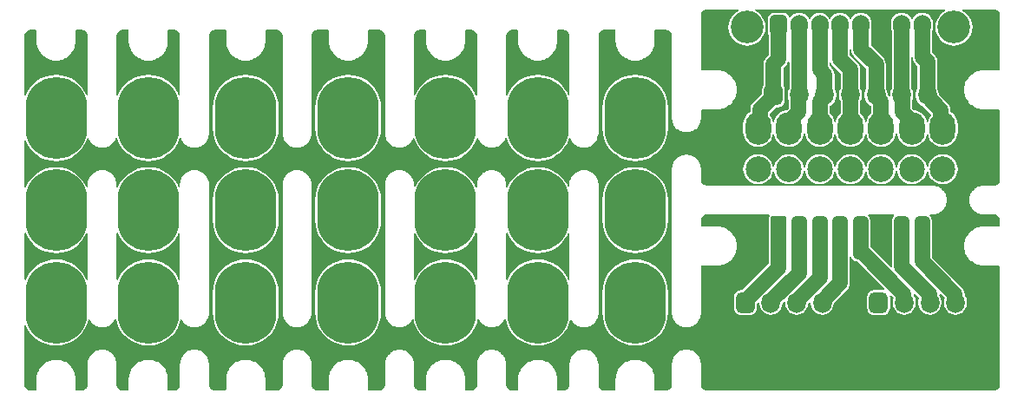
<source format=gtl>
G04*
G04 #@! TF.GenerationSoftware,Altium Limited,Altium Designer,20.1.11 (218)*
G04*
G04 Layer_Physical_Order=1*
G04 Layer_Color=255*
%FSLAX25Y25*%
%MOIN*%
G70*
G04*
G04 #@! TF.SameCoordinates,12770DE6-1CAA-4FEE-BE88-2AEBEB1706B4*
G04*
G04*
G04 #@! TF.FilePolarity,Positive*
G04*
G01*
G75*
G04:AMPARAMS|DCode=15|XSize=165.35mil|YSize=57.09mil|CornerRadius=4.28mil|HoleSize=0mil|Usage=FLASHONLY|Rotation=270.000|XOffset=0mil|YOffset=0mil|HoleType=Round|Shape=RoundedRectangle|*
%AMROUNDEDRECTD15*
21,1,0.16535,0.04852,0,0,270.0*
21,1,0.15679,0.05709,0,0,270.0*
1,1,0.00856,-0.02426,-0.07840*
1,1,0.00856,-0.02426,0.07840*
1,1,0.00856,0.02426,0.07840*
1,1,0.00856,0.02426,-0.07840*
%
%ADD15ROUNDEDRECTD15*%
G04:AMPARAMS|DCode=16|XSize=165.35mil|YSize=57.09mil|CornerRadius=14.27mil|HoleSize=0mil|Usage=FLASHONLY|Rotation=270.000|XOffset=0mil|YOffset=0mil|HoleType=Round|Shape=RoundedRectangle|*
%AMROUNDEDRECTD16*
21,1,0.16535,0.02854,0,0,270.0*
21,1,0.13681,0.05709,0,0,270.0*
1,1,0.02854,-0.01427,-0.06841*
1,1,0.02854,-0.01427,0.06841*
1,1,0.02854,0.01427,0.06841*
1,1,0.02854,0.01427,-0.06841*
%
%ADD16ROUNDEDRECTD16*%
%ADD27C,0.05906*%
%ADD28O,0.09843X0.12598*%
%ADD29C,0.09843*%
%ADD30O,0.06693X0.07874*%
G04:AMPARAMS|DCode=31|XSize=66.93mil|YSize=78.74mil|CornerRadius=16.73mil|HoleSize=0mil|Usage=FLASHONLY|Rotation=0.000|XOffset=0mil|YOffset=0mil|HoleType=Round|Shape=RoundedRectangle|*
%AMROUNDEDRECTD31*
21,1,0.06693,0.04528,0,0,0.0*
21,1,0.03347,0.07874,0,0,0.0*
1,1,0.03346,0.01673,-0.02264*
1,1,0.03346,-0.01673,-0.02264*
1,1,0.03346,-0.01673,0.02264*
1,1,0.03346,0.01673,0.02264*
%
%ADD31ROUNDEDRECTD31*%
G04:AMPARAMS|DCode=32|XSize=125.98mil|YSize=125.98mil|CornerRadius=62.99mil|HoleSize=0mil|Usage=FLASHONLY|Rotation=0.000|XOffset=0mil|YOffset=0mil|HoleType=Round|Shape=RoundedRectangle|*
%AMROUNDEDRECTD32*
21,1,0.12598,0.00000,0,0,0.0*
21,1,0.00000,0.12598,0,0,0.0*
1,1,0.12598,0.00000,0.00000*
1,1,0.12598,0.00000,0.00000*
1,1,0.12598,0.00000,0.00000*
1,1,0.12598,0.00000,0.00000*
%
%ADD32ROUNDEDRECTD32*%
%ADD33O,0.07087X0.07874*%
G04:AMPARAMS|DCode=34|XSize=70.87mil|YSize=78.74mil|CornerRadius=17.72mil|HoleSize=0mil|Usage=FLASHONLY|Rotation=180.000|XOffset=0mil|YOffset=0mil|HoleType=Round|Shape=RoundedRectangle|*
%AMROUNDEDRECTD34*
21,1,0.07087,0.04331,0,0,180.0*
21,1,0.03543,0.07874,0,0,180.0*
1,1,0.03543,-0.01772,0.02165*
1,1,0.03543,0.01772,0.02165*
1,1,0.03543,0.01772,-0.02165*
1,1,0.03543,-0.01772,-0.02165*
%
%ADD34ROUNDEDRECTD34*%
%ADD35O,0.23622X0.31496*%
G36*
X188976Y140127D02*
X191017D01*
X191150Y140071D01*
X191253Y139969D01*
X191308Y139836D01*
Y135827D01*
X191316Y135788D01*
X191310Y135748D01*
X191338Y135169D01*
X191367Y135054D01*
Y134935D01*
X191593Y133799D01*
X191653Y133653D01*
X191684Y133498D01*
X192127Y132429D01*
X192215Y132297D01*
X192276Y132151D01*
X192919Y131188D01*
X193031Y131077D01*
X193119Y130945D01*
X193937Y130126D01*
X194069Y130039D01*
X194181Y129927D01*
X195143Y129284D01*
X195289Y129223D01*
X195421Y129135D01*
X196490Y128692D01*
X196645Y128661D01*
X196791Y128601D01*
X197927Y128375D01*
X198085D01*
X198240Y128344D01*
X199398D01*
X199553Y128375D01*
X199711D01*
X200846Y128601D01*
X200992Y128661D01*
X201148Y128692D01*
X202217Y129135D01*
X202349Y129223D01*
X202495Y129284D01*
X203457Y129927D01*
X203569Y130038D01*
X203701Y130126D01*
X204519Y130945D01*
X204607Y131077D01*
X204719Y131188D01*
X205362Y132151D01*
X205423Y132297D01*
X205510Y132429D01*
X205954Y133498D01*
X205984Y133653D01*
X206045Y133799D01*
X206271Y134935D01*
Y135054D01*
X206300Y135169D01*
X206328Y135748D01*
X206322Y135788D01*
X206330Y135827D01*
Y139836D01*
X206385Y139969D01*
X206487Y140071D01*
X206621Y140127D01*
X208661D01*
X208891Y140127D01*
X209342Y140037D01*
X209766Y139861D01*
X210148Y139606D01*
X210472Y139281D01*
X210728Y138900D01*
X210903Y138475D01*
X210993Y138025D01*
X210993Y137795D01*
X210993Y137795D01*
X210993Y137795D01*
Y115074D01*
X210493Y114974D01*
X210079Y115973D01*
X209043Y117664D01*
X207755Y119172D01*
X206247Y120460D01*
X204556Y121496D01*
X202724Y122255D01*
X200796Y122718D01*
X198819Y122874D01*
X196842Y122718D01*
X194914Y122255D01*
X193082Y121496D01*
X191391Y120460D01*
X189883Y119172D01*
X188595Y117664D01*
X187559Y115973D01*
X187145Y114974D01*
X186645Y115074D01*
Y137795D01*
X186645Y138025D01*
X186735Y138475D01*
X186910Y138900D01*
X187165Y139281D01*
X187490Y139606D01*
X187872Y139861D01*
X188296Y140037D01*
X188747Y140127D01*
X188976Y140127D01*
D02*
G37*
G36*
X153543D02*
X155584D01*
X155717Y140071D01*
X155819Y139969D01*
X155875Y139836D01*
Y135827D01*
X155883Y135788D01*
X155877Y135748D01*
X155905Y135169D01*
X155934Y135054D01*
Y134935D01*
X156160Y133799D01*
X156220Y133653D01*
X156251Y133498D01*
X156694Y132429D01*
X156782Y132297D01*
X156843Y132151D01*
X157486Y131188D01*
X157598Y131077D01*
X157685Y130945D01*
X158504Y130126D01*
X158636Y130039D01*
X158747Y129927D01*
X159710Y129284D01*
X159856Y129223D01*
X159988Y129135D01*
X161057Y128692D01*
X161212Y128661D01*
X161358Y128601D01*
X162494Y128375D01*
X162652D01*
X162807Y128344D01*
X163965D01*
X164120Y128375D01*
X164278D01*
X165413Y128601D01*
X165559Y128661D01*
X165715Y128692D01*
X166784Y129135D01*
X166916Y129223D01*
X167062Y129284D01*
X168024Y129927D01*
X168136Y130038D01*
X168268Y130126D01*
X169086Y130945D01*
X169174Y131077D01*
X169286Y131188D01*
X169929Y132151D01*
X169990Y132297D01*
X170077Y132429D01*
X170520Y133498D01*
X170551Y133653D01*
X170612Y133799D01*
X170838Y134935D01*
Y135054D01*
X170867Y135169D01*
X170895Y135748D01*
X170889Y135788D01*
X170897Y135827D01*
Y139836D01*
X170952Y139969D01*
X171054Y140071D01*
X171188Y140127D01*
X173228D01*
X173458Y140127D01*
X173908Y140037D01*
X174333Y139861D01*
X174715Y139606D01*
X175039Y139281D01*
X175294Y138900D01*
X175470Y138475D01*
X175560Y138025D01*
X175560Y137795D01*
Y115074D01*
X175060Y114974D01*
X174646Y115973D01*
X173610Y117664D01*
X172322Y119172D01*
X170814Y120460D01*
X169123Y121496D01*
X167291Y122255D01*
X165363Y122718D01*
X163386Y122874D01*
X161409Y122718D01*
X159481Y122255D01*
X157649Y121496D01*
X155958Y120460D01*
X154450Y119172D01*
X153162Y117664D01*
X152126Y115973D01*
X151712Y114974D01*
X151212Y115074D01*
Y138025D01*
X151302Y138475D01*
X151477Y138900D01*
X151732Y139281D01*
X152057Y139606D01*
X152439Y139861D01*
X152863Y140037D01*
X153314Y140127D01*
X153543Y140127D01*
D02*
G37*
G36*
X39370D02*
X41411D01*
X41544Y140071D01*
X41646Y139969D01*
X41701Y139836D01*
Y135827D01*
X41709Y135788D01*
X41703Y135748D01*
X41732Y135169D01*
X41761Y135054D01*
Y134935D01*
X41987Y133799D01*
X42047Y133653D01*
X42078Y133498D01*
X42521Y132429D01*
X42609Y132297D01*
X42669Y132151D01*
X43313Y131188D01*
X43424Y131077D01*
X43512Y130945D01*
X44331Y130126D01*
X44462Y130039D01*
X44574Y129927D01*
X45537Y129284D01*
X45683Y129223D01*
X45814Y129135D01*
X46884Y128692D01*
X47039Y128661D01*
X47185Y128601D01*
X48320Y128375D01*
X48479D01*
X48634Y128344D01*
X49791D01*
X49946Y128375D01*
X50105D01*
X51240Y128601D01*
X51386Y128661D01*
X51541Y128692D01*
X52611Y129135D01*
X52742Y129223D01*
X52889Y129284D01*
X53851Y129927D01*
X53963Y130038D01*
X54094Y130126D01*
X54913Y130945D01*
X55001Y131077D01*
X55113Y131188D01*
X55756Y132151D01*
X55816Y132297D01*
X55904Y132429D01*
X56347Y133498D01*
X56378Y133653D01*
X56439Y133799D01*
X56664Y134935D01*
Y135054D01*
X56693Y135169D01*
X56722Y135748D01*
X56716Y135788D01*
X56724Y135827D01*
Y139836D01*
X56779Y139969D01*
X56881Y140071D01*
X57014Y140127D01*
X59055D01*
X59285Y140127D01*
X59735Y140037D01*
X60159Y139861D01*
X60541Y139606D01*
X60866Y139281D01*
X61121Y138900D01*
X61297Y138475D01*
X61387Y138025D01*
X61387Y137795D01*
Y115074D01*
X60887Y114974D01*
X60473Y115973D01*
X59437Y117664D01*
X58149Y119172D01*
X56641Y120460D01*
X54950Y121496D01*
X53118Y122255D01*
X51190Y122718D01*
X49213Y122874D01*
X47236Y122718D01*
X45307Y122255D01*
X43475Y121496D01*
X41785Y120460D01*
X40277Y119172D01*
X38989Y117664D01*
X37953Y115973D01*
X37539Y114974D01*
X37039Y115074D01*
Y137795D01*
X37039Y138025D01*
X37128Y138475D01*
X37304Y138900D01*
X37559Y139281D01*
X37884Y139606D01*
X38266Y139861D01*
X38690Y140037D01*
X39140Y140127D01*
X39370Y140127D01*
D02*
G37*
G36*
X3937D02*
X5978D01*
X6111Y140071D01*
X6213Y139969D01*
X6268Y139836D01*
Y135827D01*
X6276Y135788D01*
X6270Y135748D01*
X6299Y135169D01*
X6328Y135054D01*
Y134935D01*
X6554Y133799D01*
X6614Y133653D01*
X6645Y133498D01*
X7088Y132429D01*
X7176Y132297D01*
X7236Y132151D01*
X7880Y131188D01*
X7991Y131077D01*
X8079Y130945D01*
X8898Y130126D01*
X9029Y130039D01*
X9141Y129927D01*
X10104Y129284D01*
X10250Y129223D01*
X10381Y129135D01*
X11451Y128692D01*
X11606Y128661D01*
X11752Y128601D01*
X12887Y128375D01*
X13046D01*
X13201Y128344D01*
X14358D01*
X14514Y128375D01*
X14672D01*
X15807Y128601D01*
X15953Y128661D01*
X16108Y128692D01*
X17178Y129135D01*
X17309Y129223D01*
X17455Y129284D01*
X18418Y129927D01*
X18530Y130038D01*
X18661Y130126D01*
X19480Y130945D01*
X19568Y131077D01*
X19680Y131188D01*
X20323Y132151D01*
X20383Y132297D01*
X20471Y132429D01*
X20914Y133498D01*
X20945Y133653D01*
X21005Y133799D01*
X21231Y134935D01*
Y135054D01*
X21260Y135169D01*
X21289Y135748D01*
X21283Y135788D01*
X21291Y135827D01*
Y139836D01*
X21346Y139969D01*
X21448Y140071D01*
X21581Y140127D01*
X23622D01*
X23852Y140127D01*
X24302Y140037D01*
X24726Y139861D01*
X25108Y139606D01*
X25433Y139281D01*
X25688Y138900D01*
X25864Y138475D01*
X25954Y138025D01*
X25954Y137795D01*
Y115074D01*
X25453Y114974D01*
X25039Y115973D01*
X24003Y117664D01*
X22715Y119172D01*
X21208Y120460D01*
X19517Y121496D01*
X17685Y122255D01*
X15756Y122718D01*
X13780Y122874D01*
X11803Y122718D01*
X9874Y122255D01*
X8042Y121496D01*
X6352Y120460D01*
X4843Y119172D01*
X3556Y117664D01*
X2520Y115973D01*
X2106Y114974D01*
X1606Y115074D01*
Y138025D01*
X1695Y138475D01*
X1871Y138900D01*
X2126Y139281D01*
X2451Y139606D01*
X2833Y139861D01*
X3257Y140037D01*
X3707Y140127D01*
X3937Y140127D01*
D02*
G37*
G36*
X275872Y148001D02*
X275997Y147501D01*
X275178Y147063D01*
X274098Y146177D01*
X273213Y145098D01*
X272555Y143867D01*
X272150Y142531D01*
X272013Y141142D01*
X272150Y139752D01*
X272555Y138417D01*
X273213Y137186D01*
X274098Y136107D01*
X275178Y135221D01*
X276409Y134563D01*
X277745Y134158D01*
X279134Y134021D01*
X280523Y134158D01*
X281859Y134563D01*
X283090Y135221D01*
X284169Y136107D01*
X285055Y137186D01*
X285713Y138417D01*
X286118Y139752D01*
X286255Y141142D01*
X286118Y142531D01*
X285713Y143867D01*
X285055Y145098D01*
X284169Y146177D01*
X283090Y147063D01*
X282270Y147501D01*
X282395Y148001D01*
X355400Y148001D01*
X355525Y147501D01*
X354705Y147063D01*
X353626Y146177D01*
X352741Y145098D01*
X352082Y143867D01*
X351677Y142531D01*
X351540Y141142D01*
X351677Y139752D01*
X352082Y138417D01*
X352741Y137186D01*
X353626Y136107D01*
X354705Y135221D01*
X355936Y134563D01*
X357272Y134158D01*
X358661Y134021D01*
X360051Y134158D01*
X361386Y134563D01*
X362617Y135221D01*
X363697Y136107D01*
X364582Y137186D01*
X365240Y138417D01*
X365645Y139752D01*
X365782Y141142D01*
X365645Y142531D01*
X365240Y143867D01*
X364582Y145098D01*
X363697Y146177D01*
X362617Y147063D01*
X361798Y147501D01*
X361923Y148001D01*
X374245D01*
X374696Y147911D01*
X375120Y147735D01*
X375502Y147480D01*
X375827Y147155D01*
X376082Y146774D01*
X376257Y146349D01*
X376347Y145899D01*
Y125017D01*
X376233Y124886D01*
X375986Y124638D01*
X375984Y124637D01*
X370079Y124637D01*
X370040Y124629D01*
X370000Y124635D01*
X369421Y124607D01*
X369306Y124578D01*
X369187D01*
X368051Y124352D01*
X367905Y124292D01*
X367750Y124261D01*
X366681Y123818D01*
X366549Y123730D01*
X366403Y123669D01*
X365440Y123026D01*
X365329Y122914D01*
X365197Y122826D01*
X364378Y122008D01*
X364290Y121876D01*
X364179Y121764D01*
X363535Y120802D01*
X363475Y120656D01*
X363387Y120524D01*
X362944Y119455D01*
X362913Y119300D01*
X362853Y119153D01*
X362627Y118018D01*
Y117860D01*
X362596Y117705D01*
Y116547D01*
X362627Y116392D01*
Y116234D01*
X362853Y115099D01*
X362913Y114952D01*
X362944Y114797D01*
X363387Y113728D01*
X363475Y113596D01*
X363535Y113450D01*
X364179Y112488D01*
X364290Y112376D01*
X364378Y112244D01*
X365197Y111426D01*
X365329Y111338D01*
X365440Y111226D01*
X366403Y110583D01*
X366549Y110522D01*
X366681Y110434D01*
X367750Y109991D01*
X367905Y109960D01*
X368051Y109900D01*
X369187Y109674D01*
X369306D01*
X369421Y109645D01*
X370000Y109617D01*
X370040Y109623D01*
X370079Y109615D01*
X375984Y109615D01*
X376347Y109302D01*
Y82448D01*
X376257Y81997D01*
X376082Y81573D01*
X375827Y81191D01*
X375502Y80866D01*
X375120Y80611D01*
X374696Y80435D01*
X374245Y80346D01*
X374016Y80346D01*
X370079D01*
X370026Y80335D01*
X369974Y80342D01*
X369460Y80309D01*
X369307Y80268D01*
X369149Y80257D01*
X368157Y79991D01*
X367968Y79899D01*
X367769Y79831D01*
X366879Y79317D01*
X366721Y79179D01*
X366547Y79062D01*
X365820Y78335D01*
X365703Y78161D01*
X365565Y78003D01*
X365051Y77113D01*
X364983Y76914D01*
X364891Y76725D01*
X364625Y75733D01*
X364611Y75523D01*
X364570Y75317D01*
Y74289D01*
X364611Y74083D01*
X364625Y73874D01*
X364891Y72881D01*
X364983Y72693D01*
X365051Y72494D01*
X365565Y71604D01*
X365703Y71446D01*
X365820Y71271D01*
X366547Y70544D01*
X366721Y70428D01*
X366879Y70289D01*
X367769Y69775D01*
X367968Y69708D01*
X368157Y69615D01*
X369149Y69349D01*
X369307Y69339D01*
X369460Y69298D01*
X369974Y69264D01*
X370026Y69271D01*
X370079Y69261D01*
X374245Y69261D01*
X374696Y69171D01*
X375120Y68995D01*
X375502Y68740D01*
X375827Y68415D01*
X376082Y68033D01*
X376258Y67609D01*
X376347Y67159D01*
Y64888D01*
X376292Y64755D01*
X376190Y64653D01*
X376056Y64598D01*
X370079D01*
X370040Y64590D01*
X370000Y64596D01*
X369421Y64567D01*
X369306Y64538D01*
X369187D01*
X368051Y64313D01*
X367905Y64252D01*
X367750Y64221D01*
X366681Y63778D01*
X366549Y63690D01*
X366403Y63630D01*
X365440Y62987D01*
X365329Y62875D01*
X365197Y62787D01*
X364378Y61968D01*
X364290Y61837D01*
X364179Y61725D01*
X363535Y60763D01*
X363475Y60616D01*
X363387Y60485D01*
X362944Y59415D01*
X362913Y59260D01*
X362853Y59114D01*
X362627Y57979D01*
Y57821D01*
X362596Y57665D01*
Y56508D01*
X362627Y56353D01*
Y56195D01*
X362853Y55059D01*
X362913Y54913D01*
X362944Y54758D01*
X363387Y53688D01*
X363475Y53557D01*
X363535Y53411D01*
X364179Y52448D01*
X364290Y52336D01*
X364378Y52205D01*
X365197Y51386D01*
X365329Y51298D01*
X365440Y51187D01*
X366403Y50543D01*
X366549Y50483D01*
X366681Y50395D01*
X367750Y49952D01*
X367905Y49921D01*
X368051Y49861D01*
X369187Y49635D01*
X369306D01*
X369421Y49606D01*
X370000Y49577D01*
X370040Y49583D01*
X370079Y49575D01*
X375984D01*
X375985Y49575D01*
X376233Y49327D01*
X376347Y49196D01*
Y3937D01*
Y3707D01*
X376258Y3257D01*
X376082Y2833D01*
X375827Y2451D01*
X375502Y2126D01*
X375120Y1871D01*
X374696Y1695D01*
X374245Y1606D01*
X374016D01*
X263779Y1606D01*
X263550D01*
X263100Y1695D01*
X262675Y1871D01*
X262293Y2126D01*
X261969Y2451D01*
X261714Y2833D01*
X261538Y3257D01*
X261448Y3707D01*
X261448Y3937D01*
X261448Y11811D01*
X261438Y11863D01*
X261445Y11916D01*
X261411Y12430D01*
X261370Y12583D01*
X261360Y12741D01*
X261094Y13733D01*
X261001Y13922D01*
X260933Y14120D01*
X260419Y15010D01*
X260281Y15168D01*
X260164Y15343D01*
X259437Y16070D01*
X259263Y16186D01*
X259105Y16325D01*
X258215Y16839D01*
X258016Y16906D01*
X257828Y16999D01*
X256835Y17265D01*
X256625Y17279D01*
X256419Y17320D01*
X255392D01*
X255186Y17279D01*
X254976Y17265D01*
X253983Y16999D01*
X253795Y16906D01*
X253596Y16839D01*
X252706Y16325D01*
X252548Y16186D01*
X252374Y16070D01*
X251647Y15343D01*
X251530Y15168D01*
X251392Y15010D01*
X250878Y14120D01*
X250810Y13922D01*
X250717Y13733D01*
X250451Y12741D01*
X250441Y12583D01*
X250400Y12430D01*
X250366Y11916D01*
X250373Y11863D01*
X250363Y11811D01*
Y3707D01*
X250273Y3257D01*
X250098Y2833D01*
X249842Y2451D01*
X249518Y2126D01*
X249136Y1871D01*
X248711Y1695D01*
X248261Y1606D01*
X244022D01*
X243889Y1661D01*
X243787Y1763D01*
X243732Y1896D01*
Y5906D01*
X243724Y5945D01*
X243730Y5984D01*
X243701Y6563D01*
X243672Y6679D01*
Y6798D01*
X243446Y7933D01*
X243386Y8079D01*
X243355Y8234D01*
X242912Y9304D01*
X242824Y9435D01*
X242764Y9581D01*
X242121Y10544D01*
X242009Y10656D01*
X241921Y10787D01*
X241102Y11606D01*
X240971Y11694D01*
X240859Y11806D01*
X239896Y12449D01*
X239750Y12509D01*
X239619Y12597D01*
X238549Y13040D01*
X238394Y13071D01*
X238248Y13131D01*
X237113Y13357D01*
X236954D01*
X236799Y13388D01*
X235642D01*
X235487Y13357D01*
X235328D01*
X234193Y13131D01*
X234047Y13071D01*
X233892Y13040D01*
X232822Y12597D01*
X232691Y12509D01*
X232545Y12449D01*
X231582Y11806D01*
X231470Y11694D01*
X231339Y11606D01*
X230520Y10787D01*
X230432Y10656D01*
X230320Y10544D01*
X229677Y9581D01*
X229617Y9435D01*
X229529Y9304D01*
X229086Y8234D01*
X229055Y8079D01*
X228994Y7933D01*
X228769Y6798D01*
Y6679D01*
X228740Y6563D01*
X228711Y5984D01*
X228717Y5945D01*
X228709Y5906D01*
Y1969D01*
X228709Y1968D01*
X228330Y1606D01*
X224180D01*
X223729Y1695D01*
X223305Y1871D01*
X222923Y2126D01*
X222599Y2451D01*
X222343Y2833D01*
X222168Y3257D01*
X222078Y3707D01*
X222078Y3937D01*
Y11811D01*
X222068Y11863D01*
X222075Y11916D01*
X222041Y12430D01*
X222000Y12583D01*
X221990Y12741D01*
X221724Y13733D01*
X221631Y13922D01*
X221563Y14120D01*
X221049Y15010D01*
X220911Y15168D01*
X220794Y15343D01*
X220067Y16070D01*
X219893Y16186D01*
X219735Y16325D01*
X218845Y16839D01*
X218646Y16906D01*
X218458Y16999D01*
X217465Y17265D01*
X217255Y17279D01*
X217049Y17320D01*
X216021D01*
X215816Y17279D01*
X215606Y17265D01*
X214613Y16999D01*
X214425Y16906D01*
X214226Y16839D01*
X213336Y16325D01*
X213178Y16186D01*
X213003Y16070D01*
X212277Y15343D01*
X212160Y15168D01*
X212021Y15010D01*
X211508Y14120D01*
X211440Y13922D01*
X211347Y13733D01*
X211081Y12741D01*
X211071Y12583D01*
X211030Y12430D01*
X210996Y11916D01*
X211003Y11863D01*
X210993Y11811D01*
X210993Y3707D01*
X210903Y3257D01*
X210728Y2833D01*
X210472Y2451D01*
X210148Y2126D01*
X209766Y1871D01*
X209342Y1695D01*
X208891Y1606D01*
X206621D01*
X206487Y1661D01*
X206385Y1763D01*
X206330Y1896D01*
Y5906D01*
X206322Y5945D01*
X206328Y5984D01*
X206300Y6563D01*
X206271Y6679D01*
Y6798D01*
X206045Y7933D01*
X205984Y8079D01*
X205954Y8234D01*
X205510Y9304D01*
X205423Y9435D01*
X205362Y9581D01*
X204719Y10544D01*
X204607Y10656D01*
X204519Y10787D01*
X203701Y11606D01*
X203569Y11694D01*
X203457Y11806D01*
X202495Y12449D01*
X202349Y12509D01*
X202217Y12597D01*
X201148Y13040D01*
X200992Y13071D01*
X200846Y13131D01*
X199711Y13357D01*
X199553D01*
X199398Y13388D01*
X198240D01*
X198085Y13357D01*
X197927D01*
X196791Y13131D01*
X196645Y13071D01*
X196490Y13040D01*
X195421Y12597D01*
X195289Y12509D01*
X195143Y12449D01*
X194181Y11806D01*
X194069Y11694D01*
X193937Y11606D01*
X193119Y10787D01*
X193031Y10656D01*
X192919Y10544D01*
X192276Y9581D01*
X192215Y9435D01*
X192127Y9304D01*
X191684Y8234D01*
X191653Y8079D01*
X191593Y7933D01*
X191367Y6798D01*
Y6679D01*
X191338Y6563D01*
X191310Y5984D01*
X191316Y5945D01*
X191308Y5906D01*
Y1969D01*
X191308Y1968D01*
X190928Y1606D01*
X188747D01*
X188296Y1695D01*
X187872Y1871D01*
X187490Y2126D01*
X187165Y2451D01*
X186910Y2833D01*
X186735Y3257D01*
X186645Y3707D01*
X186645Y3937D01*
Y11811D01*
X186635Y11863D01*
X186642Y11916D01*
X186608Y12430D01*
X186567Y12583D01*
X186557Y12741D01*
X186291Y13733D01*
X186198Y13922D01*
X186130Y14120D01*
X185616Y15010D01*
X185478Y15168D01*
X185361Y15343D01*
X184634Y16070D01*
X184460Y16186D01*
X184302Y16325D01*
X183412Y16839D01*
X183213Y16906D01*
X183025Y16999D01*
X182032Y17265D01*
X181822Y17279D01*
X181616Y17320D01*
X180588D01*
X180383Y17279D01*
X180173Y17265D01*
X179180Y16999D01*
X178992Y16906D01*
X178793Y16839D01*
X177903Y16325D01*
X177745Y16186D01*
X177570Y16070D01*
X176844Y15343D01*
X176727Y15168D01*
X176588Y15010D01*
X176075Y14120D01*
X176007Y13922D01*
X175914Y13733D01*
X175648Y12741D01*
X175638Y12583D01*
X175597Y12430D01*
X175563Y11916D01*
X175570Y11863D01*
X175560Y11811D01*
X175560Y3707D01*
X175470Y3257D01*
X175294Y2833D01*
X175039Y2451D01*
X174715Y2126D01*
X174333Y1871D01*
X173908Y1695D01*
X173458Y1606D01*
X171188D01*
X171054Y1661D01*
X170952Y1763D01*
X170897Y1896D01*
Y5906D01*
X170889Y5945D01*
X170895Y5984D01*
X170867Y6563D01*
X170838Y6679D01*
Y6798D01*
X170612Y7933D01*
X170551Y8079D01*
X170520Y8234D01*
X170077Y9304D01*
X169990Y9435D01*
X169929Y9581D01*
X169286Y10544D01*
X169174Y10656D01*
X169086Y10787D01*
X168268Y11606D01*
X168136Y11694D01*
X168024Y11806D01*
X167062Y12449D01*
X166916Y12509D01*
X166784Y12597D01*
X165715Y13040D01*
X165559Y13071D01*
X165413Y13131D01*
X164278Y13357D01*
X164120D01*
X163965Y13388D01*
X162807D01*
X162652Y13357D01*
X162494D01*
X161358Y13131D01*
X161212Y13071D01*
X161057Y13040D01*
X159988Y12597D01*
X159856Y12509D01*
X159710Y12449D01*
X158747Y11806D01*
X158636Y11694D01*
X158504Y11606D01*
X157685Y10787D01*
X157598Y10656D01*
X157486Y10544D01*
X156843Y9581D01*
X156782Y9435D01*
X156694Y9304D01*
X156251Y8234D01*
X156220Y8079D01*
X156160Y7933D01*
X155934Y6798D01*
Y6679D01*
X155905Y6563D01*
X155877Y5984D01*
X155883Y5945D01*
X155875Y5906D01*
Y1969D01*
X155875Y1968D01*
X155495Y1606D01*
X153314D01*
X152863Y1695D01*
X152439Y1871D01*
X152057Y2126D01*
X151732Y2451D01*
X151477Y2833D01*
X151302Y3257D01*
X151212Y3707D01*
X151212Y3937D01*
Y11811D01*
X151201Y11863D01*
X151208Y11916D01*
X151175Y12430D01*
X151134Y12583D01*
X151123Y12741D01*
X150857Y13733D01*
X150765Y13922D01*
X150697Y14120D01*
X150183Y15010D01*
X150045Y15168D01*
X149928Y15343D01*
X149201Y16070D01*
X149027Y16186D01*
X148869Y16325D01*
X147979Y16839D01*
X147780Y16906D01*
X147591Y16999D01*
X146599Y17265D01*
X146389Y17279D01*
X146183Y17320D01*
X145155D01*
X144949Y17279D01*
X144740Y17265D01*
X143747Y16999D01*
X143559Y16906D01*
X143360Y16839D01*
X142470Y16325D01*
X142312Y16186D01*
X142137Y16070D01*
X141411Y15343D01*
X141294Y15168D01*
X141155Y15010D01*
X140641Y14120D01*
X140574Y13922D01*
X140481Y13733D01*
X140215Y12741D01*
X140205Y12583D01*
X140164Y12430D01*
X140130Y11916D01*
X140137Y11863D01*
X140127Y11811D01*
X140127Y3707D01*
X140037Y3257D01*
X139861Y2833D01*
X139606Y2451D01*
X139281Y2126D01*
X138900Y1871D01*
X138475Y1695D01*
X138025Y1606D01*
X133786D01*
X133653Y1661D01*
X133551Y1763D01*
X133495Y1896D01*
Y5906D01*
X133488Y5945D01*
X133493Y5984D01*
X133465Y6563D01*
X133436Y6679D01*
Y6798D01*
X133210Y7933D01*
X133150Y8079D01*
X133119Y8234D01*
X132676Y9304D01*
X132588Y9435D01*
X132527Y9581D01*
X131884Y10544D01*
X131772Y10656D01*
X131685Y10787D01*
X130866Y11606D01*
X130735Y11694D01*
X130623Y11806D01*
X129660Y12449D01*
X129514Y12509D01*
X129383Y12597D01*
X128313Y13040D01*
X128158Y13071D01*
X128012Y13131D01*
X126876Y13357D01*
X126718D01*
X126563Y13388D01*
X125405D01*
X125250Y13357D01*
X125092D01*
X123957Y13131D01*
X123811Y13071D01*
X123655Y13040D01*
X122586Y12597D01*
X122455Y12509D01*
X122308Y12449D01*
X121346Y11806D01*
X121234Y11694D01*
X121102Y11606D01*
X120284Y10787D01*
X120196Y10656D01*
X120084Y10544D01*
X119441Y9581D01*
X119380Y9435D01*
X119293Y9304D01*
X118850Y8234D01*
X118819Y8079D01*
X118758Y7933D01*
X118532Y6798D01*
Y6679D01*
X118503Y6563D01*
X118475Y5984D01*
X118481Y5945D01*
X118473Y5906D01*
Y1969D01*
X118473Y1968D01*
X118094Y1606D01*
X113944D01*
X113493Y1695D01*
X113069Y1871D01*
X112687Y2126D01*
X112362Y2451D01*
X112107Y2833D01*
X111931Y3257D01*
X111842Y3707D01*
X111842Y3937D01*
Y11811D01*
X111831Y11863D01*
X111838Y11916D01*
X111805Y12430D01*
X111764Y12583D01*
X111753Y12741D01*
X111487Y13733D01*
X111395Y13922D01*
X111327Y14120D01*
X110813Y15010D01*
X110675Y15168D01*
X110558Y15343D01*
X109831Y16070D01*
X109657Y16186D01*
X109499Y16325D01*
X108609Y16839D01*
X108410Y16906D01*
X108221Y16999D01*
X107229Y17265D01*
X107019Y17279D01*
X106813Y17320D01*
X105785D01*
X105579Y17279D01*
X105370Y17265D01*
X104377Y16999D01*
X104189Y16906D01*
X103990Y16839D01*
X103100Y16325D01*
X102942Y16186D01*
X102767Y16070D01*
X102040Y15343D01*
X101924Y15168D01*
X101785Y15010D01*
X101271Y14120D01*
X101204Y13922D01*
X101111Y13733D01*
X100845Y12741D01*
X100835Y12583D01*
X100794Y12430D01*
X100760Y11916D01*
X100767Y11863D01*
X100757Y11811D01*
X100757Y3707D01*
X100667Y3257D01*
X100491Y2833D01*
X100236Y2451D01*
X99911Y2126D01*
X99529Y1871D01*
X99105Y1695D01*
X98655Y1606D01*
X94416D01*
X94283Y1661D01*
X94181Y1763D01*
X94125Y1896D01*
Y5906D01*
X94117Y5945D01*
X94123Y5984D01*
X94095Y6563D01*
X94066Y6679D01*
Y6798D01*
X93840Y7933D01*
X93780Y8079D01*
X93749Y8234D01*
X93306Y9304D01*
X93218Y9435D01*
X93157Y9581D01*
X92514Y10544D01*
X92402Y10656D01*
X92314Y10787D01*
X91496Y11606D01*
X91364Y11694D01*
X91253Y11806D01*
X90290Y12449D01*
X90144Y12509D01*
X90012Y12597D01*
X88943Y13040D01*
X88788Y13071D01*
X88642Y13131D01*
X87506Y13357D01*
X87348D01*
X87193Y13388D01*
X86035D01*
X85880Y13357D01*
X85722D01*
X84587Y13131D01*
X84441Y13071D01*
X84285Y13040D01*
X83216Y12597D01*
X83084Y12509D01*
X82938Y12449D01*
X81976Y11806D01*
X81864Y11694D01*
X81732Y11606D01*
X80914Y10787D01*
X80826Y10656D01*
X80714Y10544D01*
X80071Y9581D01*
X80010Y9435D01*
X79923Y9304D01*
X79480Y8234D01*
X79449Y8079D01*
X79388Y7933D01*
X79162Y6798D01*
Y6679D01*
X79133Y6563D01*
X79105Y5984D01*
X79111Y5945D01*
X79103Y5906D01*
Y1969D01*
X79103Y1968D01*
X78724Y1606D01*
X74573D01*
X74123Y1695D01*
X73699Y1871D01*
X73317Y2126D01*
X72992Y2451D01*
X72737Y2833D01*
X72561Y3257D01*
X72472Y3707D01*
X72472Y3937D01*
Y11811D01*
X72461Y11863D01*
X72468Y11916D01*
X72435Y12430D01*
X72394Y12583D01*
X72383Y12741D01*
X72117Y13733D01*
X72025Y13922D01*
X71957Y14120D01*
X71443Y15010D01*
X71305Y15168D01*
X71188Y15343D01*
X70461Y16070D01*
X70287Y16186D01*
X70129Y16325D01*
X69239Y16839D01*
X69040Y16906D01*
X68851Y16999D01*
X67859Y17265D01*
X67649Y17279D01*
X67443Y17320D01*
X66415D01*
X66209Y17279D01*
X66000Y17265D01*
X65007Y16999D01*
X64819Y16906D01*
X64620Y16839D01*
X63730Y16325D01*
X63572Y16186D01*
X63397Y16070D01*
X62670Y15343D01*
X62554Y15168D01*
X62415Y15010D01*
X61901Y14120D01*
X61834Y13922D01*
X61741Y13733D01*
X61475Y12741D01*
X61465Y12583D01*
X61424Y12430D01*
X61390Y11916D01*
X61397Y11863D01*
X61387Y11811D01*
X61387Y3707D01*
X61297Y3257D01*
X61121Y2833D01*
X60866Y2451D01*
X60541Y2126D01*
X60159Y1871D01*
X59735Y1695D01*
X59285Y1606D01*
X57014D01*
X56881Y1661D01*
X56779Y1763D01*
X56724Y1896D01*
Y5906D01*
X56716Y5945D01*
X56722Y5984D01*
X56693Y6563D01*
X56664Y6679D01*
Y6798D01*
X56439Y7933D01*
X56378Y8079D01*
X56347Y8234D01*
X55904Y9304D01*
X55816Y9435D01*
X55756Y9581D01*
X55113Y10544D01*
X55001Y10656D01*
X54913Y10787D01*
X54094Y11606D01*
X53963Y11694D01*
X53851Y11806D01*
X52889Y12449D01*
X52742Y12509D01*
X52611Y12597D01*
X51541Y13040D01*
X51386Y13071D01*
X51240Y13131D01*
X50105Y13357D01*
X49946D01*
X49791Y13388D01*
X48634D01*
X48479Y13357D01*
X48320D01*
X47185Y13131D01*
X47039Y13071D01*
X46884Y13040D01*
X45814Y12597D01*
X45683Y12509D01*
X45537Y12449D01*
X44574Y11806D01*
X44462Y11694D01*
X44331Y11606D01*
X43512Y10787D01*
X43424Y10656D01*
X43313Y10544D01*
X42669Y9581D01*
X42609Y9435D01*
X42521Y9304D01*
X42078Y8234D01*
X42047Y8079D01*
X41987Y7933D01*
X41761Y6798D01*
Y6679D01*
X41732Y6563D01*
X41703Y5984D01*
X41709Y5945D01*
X41701Y5906D01*
Y1969D01*
X41701Y1968D01*
X41322Y1606D01*
X39140D01*
X38690Y1695D01*
X38266Y1871D01*
X37884Y2126D01*
X37559Y2451D01*
X37304Y2833D01*
X37128Y3257D01*
X37039Y3707D01*
X37039Y3937D01*
Y11811D01*
X37028Y11863D01*
X37035Y11916D01*
X37001Y12430D01*
X36961Y12583D01*
X36950Y12741D01*
X36684Y13733D01*
X36591Y13922D01*
X36524Y14120D01*
X36010Y15010D01*
X35871Y15168D01*
X35755Y15343D01*
X35028Y16070D01*
X34853Y16186D01*
X34696Y16325D01*
X33806Y16839D01*
X33607Y16906D01*
X33418Y16999D01*
X32425Y17265D01*
X32216Y17279D01*
X32010Y17320D01*
X30982D01*
X30776Y17279D01*
X30567Y17265D01*
X29574Y16999D01*
X29386Y16906D01*
X29187Y16839D01*
X28297Y16325D01*
X28139Y16186D01*
X27964Y16070D01*
X27237Y15343D01*
X27121Y15168D01*
X26982Y15010D01*
X26468Y14120D01*
X26401Y13922D01*
X26308Y13733D01*
X26042Y12741D01*
X26032Y12583D01*
X25991Y12430D01*
X25957Y11916D01*
X25964Y11863D01*
X25953Y11811D01*
X25954Y3707D01*
X25864Y3257D01*
X25688Y2833D01*
X25433Y2451D01*
X25108Y2126D01*
X24726Y1871D01*
X24302Y1695D01*
X23852Y1606D01*
X21581D01*
X21448Y1661D01*
X21346Y1763D01*
X21291Y1896D01*
Y5906D01*
X21283Y5945D01*
X21289Y5984D01*
X21260Y6563D01*
X21231Y6679D01*
Y6798D01*
X21005Y7933D01*
X20945Y8079D01*
X20914Y8234D01*
X20471Y9304D01*
X20383Y9435D01*
X20323Y9581D01*
X19680Y10544D01*
X19568Y10656D01*
X19480Y10787D01*
X18661Y11606D01*
X18530Y11694D01*
X18418Y11806D01*
X17455Y12449D01*
X17309Y12509D01*
X17178Y12597D01*
X16108Y13040D01*
X15953Y13071D01*
X15807Y13131D01*
X14672Y13357D01*
X14514D01*
X14358Y13388D01*
X13201D01*
X13046Y13357D01*
X12887D01*
X11752Y13131D01*
X11606Y13071D01*
X11451Y13040D01*
X10381Y12597D01*
X10250Y12509D01*
X10104Y12449D01*
X9141Y11806D01*
X9029Y11694D01*
X8898Y11606D01*
X8079Y10787D01*
X7991Y10656D01*
X7880Y10544D01*
X7236Y9581D01*
X7176Y9435D01*
X7088Y9304D01*
X6645Y8234D01*
X6614Y8079D01*
X6554Y7933D01*
X6328Y6798D01*
Y6679D01*
X6299Y6563D01*
X6270Y5984D01*
X6276Y5945D01*
X6268Y5906D01*
Y1969D01*
X6268Y1968D01*
X5889Y1606D01*
X3707D01*
X3257Y1695D01*
X2833Y1871D01*
X2451Y2126D01*
X2126Y2451D01*
X1871Y2833D01*
X1695Y3257D01*
X1606Y3707D01*
Y26659D01*
X2106Y26758D01*
X2520Y25759D01*
X3556Y24068D01*
X4843Y22560D01*
X6352Y21272D01*
X8042Y20236D01*
X9874Y19477D01*
X11803Y19014D01*
X13780Y18859D01*
X15756Y19014D01*
X17685Y19477D01*
X19517Y20236D01*
X21208Y21272D01*
X22715Y22560D01*
X24003Y24068D01*
X25039Y25759D01*
X25798Y27591D01*
X26085Y28784D01*
X26618Y28861D01*
X26955Y28276D01*
X27094Y28118D01*
X27210Y27943D01*
X27943Y27210D01*
X28118Y27094D01*
X28276Y26955D01*
X29174Y26437D01*
X29373Y26369D01*
X29561Y26276D01*
X30562Y26008D01*
X30772Y25994D01*
X30978Y25953D01*
X32014D01*
X32220Y25994D01*
X32430Y26008D01*
X33431Y26276D01*
X33620Y26369D01*
X33819Y26437D01*
X34716Y26955D01*
X34874Y27094D01*
X35049Y27210D01*
X35782Y27943D01*
X35899Y28118D01*
X36037Y28276D01*
X36375Y28861D01*
X36907Y28784D01*
X37194Y27591D01*
X37953Y25759D01*
X38989Y24068D01*
X40277Y22560D01*
X41785Y21272D01*
X43475Y20236D01*
X45307Y19477D01*
X47236Y19014D01*
X49213Y18859D01*
X51190Y19014D01*
X53118Y19477D01*
X54950Y20236D01*
X56641Y21272D01*
X58149Y22560D01*
X59437Y24068D01*
X60473Y25759D01*
X61231Y27591D01*
X61518Y28784D01*
X62050Y28861D01*
X62388Y28276D01*
X62527Y28118D01*
X62643Y27943D01*
X63376Y27210D01*
X63551Y27094D01*
X63709Y26955D01*
X64607Y26437D01*
X64806Y26369D01*
X64994Y26276D01*
X65995Y26008D01*
X66205Y25994D01*
X66411Y25953D01*
X67447D01*
X67653Y25994D01*
X67863Y26008D01*
X68864Y26276D01*
X69053Y26369D01*
X69252Y26437D01*
X70149Y26955D01*
X70307Y27094D01*
X70482Y27210D01*
X71215Y27943D01*
X71332Y28118D01*
X71470Y28276D01*
X71988Y29174D01*
X72056Y29373D01*
X72149Y29561D01*
X72417Y30562D01*
X72431Y30772D01*
X72472Y30978D01*
Y31496D01*
X72472Y31496D01*
Y80709D01*
X72472Y80709D01*
Y81227D01*
X72431Y81433D01*
X72417Y81643D01*
X72149Y82644D01*
X72056Y82832D01*
X71988Y83031D01*
X71470Y83929D01*
X71332Y84087D01*
X71215Y84261D01*
X70482Y84994D01*
X70307Y85111D01*
X70149Y85250D01*
X69252Y85768D01*
X69053Y85835D01*
X68864Y85928D01*
X67863Y86197D01*
X67653Y86210D01*
X67447Y86251D01*
X66411D01*
X66205Y86210D01*
X65995Y86197D01*
X64994Y85928D01*
X64806Y85835D01*
X64607Y85768D01*
X63709Y85250D01*
X63551Y85111D01*
X63376Y84994D01*
X62643Y84261D01*
X62527Y84087D01*
X62388Y83929D01*
X61870Y83031D01*
X61802Y82832D01*
X61709Y82644D01*
X61441Y81643D01*
X61427Y81433D01*
X61387Y81227D01*
X61387Y80709D01*
Y79641D01*
X60887Y79541D01*
X60473Y80540D01*
X59437Y82231D01*
X58149Y83739D01*
X56641Y85027D01*
X54950Y86063D01*
X53118Y86822D01*
X51190Y87285D01*
X49213Y87441D01*
X47236Y87285D01*
X45307Y86822D01*
X43475Y86063D01*
X41785Y85027D01*
X40277Y83739D01*
X38989Y82231D01*
X37953Y80540D01*
X37539Y79541D01*
X37039Y79641D01*
Y80709D01*
X37039Y80709D01*
Y81227D01*
X36998Y81433D01*
X36984Y81643D01*
X36716Y82644D01*
X36623Y82832D01*
X36555Y83031D01*
X36037Y83929D01*
X35899Y84087D01*
X35782Y84261D01*
X35049Y84994D01*
X34874Y85111D01*
X34716Y85250D01*
X33819Y85768D01*
X33620Y85835D01*
X33431Y85928D01*
X32430Y86197D01*
X32220Y86210D01*
X32014Y86251D01*
X30978D01*
X30772Y86210D01*
X30562Y86197D01*
X29561Y85928D01*
X29373Y85835D01*
X29174Y85768D01*
X28276Y85250D01*
X28118Y85111D01*
X27943Y84994D01*
X27210Y84261D01*
X27094Y84087D01*
X26955Y83929D01*
X26437Y83031D01*
X26369Y82832D01*
X26276Y82644D01*
X26008Y81643D01*
X25994Y81433D01*
X25953Y81227D01*
X25953Y80709D01*
Y79641D01*
X25453Y79541D01*
X25039Y80540D01*
X24003Y82231D01*
X22715Y83739D01*
X21208Y85027D01*
X19517Y86063D01*
X17685Y86822D01*
X15756Y87285D01*
X13780Y87441D01*
X11803Y87285D01*
X9874Y86822D01*
X8042Y86063D01*
X6352Y85027D01*
X4843Y83739D01*
X3556Y82231D01*
X2520Y80540D01*
X2106Y79541D01*
X1606Y79641D01*
Y97525D01*
X2106Y97624D01*
X2520Y96625D01*
X3556Y94934D01*
X4843Y93426D01*
X6352Y92138D01*
X8042Y91102D01*
X9874Y90343D01*
X11803Y89880D01*
X13780Y89725D01*
X15756Y89880D01*
X17685Y90343D01*
X19517Y91102D01*
X21208Y92138D01*
X22715Y93426D01*
X24003Y94934D01*
X25039Y96625D01*
X25798Y98457D01*
X26281Y98471D01*
X26313Y98460D01*
X26401Y98283D01*
X26468Y98084D01*
X26982Y97194D01*
X27121Y97036D01*
X27237Y96862D01*
X27964Y96135D01*
X28139Y96018D01*
X28297Y95880D01*
X29187Y95366D01*
X29386Y95298D01*
X29574Y95205D01*
X30567Y94940D01*
X30776Y94926D01*
X30982Y94885D01*
X32010D01*
X32216Y94926D01*
X32425Y94940D01*
X33418Y95205D01*
X33607Y95298D01*
X33806Y95366D01*
X34696Y95880D01*
X34853Y96018D01*
X35028Y96135D01*
X35755Y96862D01*
X35871Y97036D01*
X36010Y97194D01*
X36524Y98084D01*
X36591Y98283D01*
X36679Y98460D01*
X36711Y98471D01*
X37194Y98457D01*
X37953Y96625D01*
X38989Y94934D01*
X40277Y93426D01*
X41785Y92138D01*
X43475Y91102D01*
X45307Y90343D01*
X47236Y89880D01*
X49213Y89725D01*
X51190Y89880D01*
X53118Y90343D01*
X54950Y91102D01*
X56641Y92138D01*
X58149Y93426D01*
X59437Y94934D01*
X60473Y96625D01*
X61231Y98457D01*
X61714Y98471D01*
X61747Y98460D01*
X61834Y98283D01*
X61901Y98084D01*
X62415Y97194D01*
X62554Y97036D01*
X62670Y96862D01*
X63397Y96135D01*
X63572Y96018D01*
X63730Y95880D01*
X64620Y95366D01*
X64819Y95298D01*
X65007Y95205D01*
X66000Y94940D01*
X66209Y94926D01*
X66415Y94885D01*
X67443D01*
X67649Y94926D01*
X67859Y94940D01*
X68851Y95205D01*
X69040Y95298D01*
X69239Y95366D01*
X70129Y95880D01*
X70287Y96018D01*
X70461Y96135D01*
X71188Y96862D01*
X71305Y97036D01*
X71443Y97194D01*
X71957Y98084D01*
X72025Y98283D01*
X72117Y98471D01*
X72383Y99464D01*
X72394Y99622D01*
X72435Y99775D01*
X72468Y100289D01*
X72461Y100341D01*
X72472Y100394D01*
Y137795D01*
Y138025D01*
X72561Y138475D01*
X72737Y138900D01*
X72992Y139281D01*
X73317Y139606D01*
X73699Y139861D01*
X74123Y140037D01*
X74573Y140127D01*
X74803Y140127D01*
X78812D01*
X78946Y140071D01*
X79048Y139969D01*
X79103Y139836D01*
Y135827D01*
X79111Y135788D01*
X79105Y135748D01*
X79133Y135169D01*
X79162Y135054D01*
Y134935D01*
X79388Y133799D01*
X79449Y133653D01*
X79480Y133498D01*
X79923Y132429D01*
X80010Y132297D01*
X80071Y132151D01*
X80714Y131188D01*
X80826Y131077D01*
X80914Y130945D01*
X81732Y130126D01*
X81864Y130039D01*
X81976Y129927D01*
X82938Y129284D01*
X83084Y129223D01*
X83216Y129135D01*
X84285Y128692D01*
X84440Y128661D01*
X84587Y128601D01*
X85722Y128375D01*
X85880D01*
X86035Y128344D01*
X87193D01*
X87348Y128375D01*
X87506D01*
X88642Y128601D01*
X88788Y128661D01*
X88943Y128692D01*
X90012Y129135D01*
X90144Y129223D01*
X90290Y129284D01*
X91253Y129927D01*
X91364Y130038D01*
X91496Y130126D01*
X92314Y130945D01*
X92402Y131077D01*
X92514Y131188D01*
X93157Y132151D01*
X93218Y132297D01*
X93306Y132429D01*
X93749Y133498D01*
X93780Y133653D01*
X93840Y133799D01*
X94066Y134935D01*
Y135054D01*
X94095Y135169D01*
X94123Y135748D01*
X94117Y135788D01*
X94125Y135827D01*
Y139836D01*
X94181Y139969D01*
X94283Y140071D01*
X94416Y140127D01*
X98425D01*
X98655Y140127D01*
X99105Y140037D01*
X99529Y139861D01*
X99911Y139606D01*
X100236Y139281D01*
X100491Y138900D01*
X100667Y138475D01*
X100757Y138025D01*
X100757Y137795D01*
Y100394D01*
X100767Y100341D01*
X100760Y100289D01*
X100794Y99775D01*
X100835Y99622D01*
X100845Y99464D01*
X101111Y98471D01*
X101204Y98283D01*
X101271Y98084D01*
X101785Y97194D01*
X101924Y97036D01*
X102040Y96862D01*
X102767Y96135D01*
X102942Y96018D01*
X103100Y95880D01*
X103990Y95366D01*
X104189Y95298D01*
X104377Y95205D01*
X105370Y94940D01*
X105579Y94926D01*
X105785Y94885D01*
X106813D01*
X107019Y94926D01*
X107229Y94940D01*
X108221Y95205D01*
X108410Y95298D01*
X108609Y95366D01*
X109499Y95880D01*
X109657Y96018D01*
X109831Y96135D01*
X110558Y96862D01*
X110675Y97036D01*
X110813Y97194D01*
X111327Y98084D01*
X111395Y98283D01*
X111487Y98471D01*
X111753Y99464D01*
X111764Y99622D01*
X111805Y99775D01*
X111838Y100289D01*
X111831Y100341D01*
X111842Y100394D01*
Y137795D01*
X111842Y138025D01*
X111931Y138475D01*
X112107Y138900D01*
X112362Y139281D01*
X112687Y139606D01*
X113069Y139861D01*
X113493Y140037D01*
X113944Y140127D01*
X114173Y140127D01*
X118182D01*
X118316Y140071D01*
X118418Y139969D01*
X118473Y139836D01*
Y135827D01*
X118481Y135788D01*
X118475Y135748D01*
X118503Y135169D01*
X118532Y135054D01*
Y134935D01*
X118758Y133799D01*
X118819Y133653D01*
X118850Y133498D01*
X119293Y132429D01*
X119380Y132297D01*
X119441Y132151D01*
X120084Y131188D01*
X120196Y131077D01*
X120284Y130945D01*
X121102Y130126D01*
X121234Y130039D01*
X121346Y129927D01*
X122308Y129284D01*
X122455Y129223D01*
X122586Y129135D01*
X123655Y128692D01*
X123811Y128661D01*
X123957Y128601D01*
X125092Y128375D01*
X125250D01*
X125405Y128344D01*
X126563D01*
X126718Y128375D01*
X126876D01*
X128012Y128601D01*
X128158Y128661D01*
X128313Y128692D01*
X129383Y129135D01*
X129514Y129223D01*
X129660Y129284D01*
X130623Y129927D01*
X130735Y130038D01*
X130866Y130126D01*
X131685Y130945D01*
X131772Y131077D01*
X131884Y131188D01*
X132527Y132151D01*
X132588Y132297D01*
X132676Y132429D01*
X133119Y133498D01*
X133150Y133653D01*
X133210Y133799D01*
X133436Y134935D01*
Y135054D01*
X133465Y135169D01*
X133493Y135748D01*
X133488Y135788D01*
X133495Y135827D01*
Y139836D01*
X133551Y139969D01*
X133653Y140071D01*
X133786Y140127D01*
X137795D01*
X138025Y140127D01*
X138475Y140037D01*
X138900Y139861D01*
X139281Y139606D01*
X139606Y139281D01*
X139861Y138900D01*
X140037Y138475D01*
X140127Y138025D01*
X140127Y137795D01*
Y100394D01*
X140137Y100341D01*
X140130Y100289D01*
X140164Y99775D01*
X140205Y99622D01*
X140215Y99464D01*
X140481Y98471D01*
X140574Y98283D01*
X140641Y98084D01*
X141155Y97194D01*
X141294Y97036D01*
X141411Y96862D01*
X142137Y96135D01*
X142312Y96018D01*
X142470Y95880D01*
X143360Y95366D01*
X143559Y95298D01*
X143747Y95205D01*
X144740Y94940D01*
X144949Y94926D01*
X145155Y94885D01*
X146183D01*
X146389Y94926D01*
X146599Y94940D01*
X147591Y95205D01*
X147780Y95298D01*
X147979Y95366D01*
X148869Y95880D01*
X149027Y96018D01*
X149201Y96135D01*
X149928Y96862D01*
X150045Y97036D01*
X150183Y97194D01*
X150697Y98084D01*
X150765Y98283D01*
X150852Y98460D01*
X150885Y98471D01*
X151367Y98457D01*
X152126Y96625D01*
X153162Y94934D01*
X154450Y93426D01*
X155958Y92138D01*
X157649Y91102D01*
X159481Y90343D01*
X161409Y89880D01*
X163386Y89725D01*
X165363Y89880D01*
X167291Y90343D01*
X169123Y91102D01*
X170814Y92138D01*
X172322Y93426D01*
X173610Y94934D01*
X174646Y96625D01*
X175405Y98457D01*
X175887Y98471D01*
X175920Y98460D01*
X176007Y98283D01*
X176075Y98084D01*
X176588Y97194D01*
X176727Y97036D01*
X176844Y96862D01*
X177570Y96135D01*
X177745Y96018D01*
X177903Y95880D01*
X178793Y95366D01*
X178992Y95298D01*
X179180Y95205D01*
X180173Y94940D01*
X180383Y94926D01*
X180588Y94885D01*
X181616D01*
X181822Y94926D01*
X182032Y94940D01*
X183025Y95205D01*
X183213Y95298D01*
X183412Y95366D01*
X184302Y95880D01*
X184460Y96018D01*
X184634Y96135D01*
X185361Y96862D01*
X185478Y97036D01*
X185616Y97194D01*
X186130Y98084D01*
X186198Y98283D01*
X186285Y98460D01*
X186318Y98471D01*
X186800Y98457D01*
X187559Y96625D01*
X188595Y94934D01*
X189883Y93426D01*
X191391Y92138D01*
X193082Y91102D01*
X194914Y90343D01*
X196842Y89880D01*
X198819Y89725D01*
X200796Y89880D01*
X202724Y90343D01*
X204556Y91102D01*
X206247Y92138D01*
X207755Y93426D01*
X209043Y94934D01*
X210079Y96625D01*
X210838Y98457D01*
X211320Y98471D01*
X211353Y98460D01*
X211440Y98283D01*
X211508Y98084D01*
X212021Y97194D01*
X212160Y97036D01*
X212277Y96862D01*
X213003Y96135D01*
X213178Y96018D01*
X213336Y95880D01*
X214226Y95366D01*
X214425Y95298D01*
X214613Y95205D01*
X215606Y94940D01*
X215816Y94926D01*
X216021Y94885D01*
X217049D01*
X217255Y94926D01*
X217465Y94940D01*
X218458Y95205D01*
X218646Y95298D01*
X218845Y95366D01*
X219735Y95880D01*
X219893Y96018D01*
X220068Y96135D01*
X220794Y96862D01*
X220911Y97036D01*
X221049Y97194D01*
X221563Y98084D01*
X221631Y98283D01*
X221724Y98471D01*
X221990Y99464D01*
X222000Y99622D01*
X222041Y99775D01*
X222075Y100289D01*
X222068Y100341D01*
X222078Y100394D01*
Y137795D01*
Y138025D01*
X222168Y138475D01*
X222343Y138900D01*
X222599Y139281D01*
X222923Y139606D01*
X223305Y139861D01*
X223729Y140037D01*
X224180Y140127D01*
X224409Y140127D01*
X228419D01*
X228552Y140071D01*
X228654Y139969D01*
X228709Y139836D01*
Y135827D01*
X228717Y135788D01*
X228711Y135748D01*
X228740Y135169D01*
X228769Y135054D01*
Y134935D01*
X228994Y133799D01*
X229055Y133653D01*
X229086Y133498D01*
X229529Y132429D01*
X229617Y132297D01*
X229677Y132151D01*
X230320Y131188D01*
X230432Y131077D01*
X230520Y130945D01*
X231339Y130126D01*
X231470Y130039D01*
X231582Y129927D01*
X232545Y129284D01*
X232691Y129223D01*
X232822Y129135D01*
X233892Y128692D01*
X234047Y128661D01*
X234193Y128601D01*
X235328Y128375D01*
X235487D01*
X235642Y128344D01*
X236799D01*
X236954Y128375D01*
X237113D01*
X238248Y128601D01*
X238394Y128661D01*
X238549Y128692D01*
X239619Y129135D01*
X239750Y129223D01*
X239896Y129284D01*
X240859Y129927D01*
X240971Y130038D01*
X241102Y130126D01*
X241921Y130945D01*
X242009Y131077D01*
X242121Y131188D01*
X242764Y132151D01*
X242824Y132297D01*
X242912Y132429D01*
X243355Y133498D01*
X243386Y133653D01*
X243446Y133799D01*
X243672Y134935D01*
Y135054D01*
X243701Y135169D01*
X243730Y135748D01*
X243724Y135788D01*
X243732Y135827D01*
Y139836D01*
X243787Y139969D01*
X243889Y140071D01*
X244022Y140127D01*
X248031D01*
X248261Y140127D01*
X248711Y140037D01*
X249136Y139861D01*
X249518Y139606D01*
X249842Y139281D01*
X250098Y138900D01*
X250273Y138475D01*
X250363Y138025D01*
Y137795D01*
Y106299D01*
X250373Y106247D01*
X250366Y106194D01*
X250400Y105680D01*
X250441Y105528D01*
X250451Y105370D01*
X250717Y104377D01*
X250810Y104189D01*
X250878Y103990D01*
X251392Y103100D01*
X251530Y102942D01*
X251647Y102767D01*
X252374Y102040D01*
X252548Y101924D01*
X252706Y101785D01*
X253596Y101271D01*
X253795Y101204D01*
X253983Y101111D01*
X254976Y100845D01*
X255186Y100831D01*
X255392Y100790D01*
X256419D01*
X256625Y100831D01*
X256835Y100845D01*
X257828Y101111D01*
X258016Y101204D01*
X258215Y101271D01*
X259105Y101785D01*
X259263Y101924D01*
X259437Y102040D01*
X260164Y102767D01*
X260281Y102942D01*
X260420Y103100D01*
X260933Y103990D01*
X261001Y104189D01*
X261094Y104377D01*
X261360Y105370D01*
X261370Y105527D01*
X261411Y105680D01*
X261445Y106194D01*
X261438Y106247D01*
X261448Y106299D01*
X261448Y109284D01*
X261828Y109615D01*
X267717Y109615D01*
X267756Y109623D01*
X267795Y109617D01*
X268374Y109645D01*
X268490Y109674D01*
X268609D01*
X269744Y109900D01*
X269890Y109960D01*
X270045Y109991D01*
X271115Y110434D01*
X271246Y110522D01*
X271392Y110583D01*
X272355Y111226D01*
X272467Y111338D01*
X272598Y111426D01*
X273417Y112244D01*
X273505Y112376D01*
X273617Y112488D01*
X274260Y113450D01*
X274320Y113596D01*
X274408Y113728D01*
X274851Y114797D01*
X274882Y114952D01*
X274942Y115099D01*
X275168Y116234D01*
Y116392D01*
X275199Y116547D01*
Y117705D01*
X275168Y117860D01*
Y118018D01*
X274942Y119153D01*
X274882Y119300D01*
X274851Y119455D01*
X274408Y120524D01*
X274320Y120656D01*
X274260Y120802D01*
X273617Y121764D01*
X273505Y121876D01*
X273417Y122008D01*
X272598Y122826D01*
X272467Y122914D01*
X272355Y123026D01*
X271392Y123669D01*
X271246Y123730D01*
X271115Y123818D01*
X270045Y124261D01*
X269890Y124292D01*
X269744Y124352D01*
X268609Y124578D01*
X268490D01*
X268374Y124607D01*
X267795Y124635D01*
X267756Y124629D01*
X267717Y124637D01*
X261828Y124637D01*
X261697Y124751D01*
X261449Y124999D01*
X261448Y125000D01*
X261448Y145899D01*
X261538Y146349D01*
X261713Y146774D01*
X261969Y147155D01*
X262293Y147480D01*
X262675Y147735D01*
X263100Y147911D01*
X263550Y148001D01*
X263780Y148001D01*
X275872D01*
D02*
G37*
G36*
X37953Y61192D02*
X38989Y59501D01*
X40277Y57993D01*
X41785Y56705D01*
X43475Y55669D01*
X45307Y54910D01*
X47236Y54447D01*
X49213Y54292D01*
X51190Y54447D01*
X53118Y54910D01*
X54950Y55669D01*
X56641Y56705D01*
X58149Y57993D01*
X59437Y59501D01*
X60473Y61192D01*
X60887Y62191D01*
X61387Y62092D01*
Y44208D01*
X60887Y44108D01*
X60473Y45107D01*
X59437Y46798D01*
X58149Y48306D01*
X56641Y49594D01*
X54950Y50630D01*
X53118Y51389D01*
X51190Y51852D01*
X49213Y52008D01*
X47236Y51852D01*
X45307Y51389D01*
X43475Y50630D01*
X41785Y49594D01*
X40277Y48306D01*
X38989Y46798D01*
X37953Y45107D01*
X37539Y44108D01*
X37039Y44208D01*
Y62092D01*
X37539Y62191D01*
X37953Y61192D01*
D02*
G37*
G36*
X2520D02*
X3556Y59501D01*
X4843Y57993D01*
X6352Y56705D01*
X8042Y55669D01*
X9874Y54910D01*
X11803Y54447D01*
X13780Y54292D01*
X15756Y54447D01*
X17685Y54910D01*
X19517Y55669D01*
X21208Y56705D01*
X22715Y57993D01*
X24003Y59501D01*
X25039Y61192D01*
X25453Y62191D01*
X25953Y62092D01*
Y44208D01*
X25453Y44108D01*
X25039Y45107D01*
X24003Y46798D01*
X22715Y48306D01*
X21208Y49594D01*
X19517Y50630D01*
X17685Y51389D01*
X15756Y51852D01*
X13780Y52008D01*
X11803Y51852D01*
X9874Y51389D01*
X8042Y50630D01*
X6352Y49594D01*
X4843Y48306D01*
X3556Y46798D01*
X2520Y45107D01*
X2106Y44108D01*
X1606Y44208D01*
Y62092D01*
X2106Y62191D01*
X2520Y61192D01*
D02*
G37*
%LPC*%
G36*
X293012Y146702D02*
X289665D01*
X288705Y146511D01*
X287891Y145967D01*
X287348Y145153D01*
X287157Y144193D01*
Y139665D01*
X287348Y138705D01*
X287566Y138378D01*
Y130500D01*
X286703Y129636D01*
X286103Y128855D01*
X285726Y127945D01*
X285598Y126969D01*
Y118919D01*
X285363Y118613D01*
X285105Y117991D01*
X285017Y117323D01*
Y115746D01*
X281550Y112279D01*
X280951Y111498D01*
X280574Y110588D01*
X280445Y109612D01*
Y108619D01*
X279393Y107812D01*
X278478Y106619D01*
X277903Y105230D01*
X277707Y103740D01*
Y100984D01*
X277903Y99494D01*
X278478Y98105D01*
X279393Y96913D01*
X280586Y95998D01*
X281974Y95423D01*
X283465Y95226D01*
X284955Y95423D01*
X286344Y95998D01*
X287536Y96913D01*
X288451Y98105D01*
X289026Y99494D01*
X289118Y100190D01*
X289622D01*
X289714Y99494D01*
X290289Y98105D01*
X291204Y96913D01*
X292397Y95998D01*
X293785Y95423D01*
X295275Y95226D01*
X296766Y95423D01*
X298154Y95998D01*
X299347Y96913D01*
X300262Y98105D01*
X300837Y99494D01*
X300929Y100190D01*
X301433D01*
X301525Y99494D01*
X302100Y98105D01*
X303015Y96913D01*
X304207Y95998D01*
X305596Y95423D01*
X307086Y95226D01*
X308577Y95423D01*
X309965Y95998D01*
X311158Y96913D01*
X312073Y98105D01*
X312648Y99494D01*
X312740Y100190D01*
X313244D01*
X313336Y99494D01*
X313911Y98105D01*
X314826Y96913D01*
X316019Y95998D01*
X317407Y95423D01*
X318898Y95226D01*
X320388Y95423D01*
X321777Y95998D01*
X322969Y96913D01*
X323884Y98105D01*
X324459Y99494D01*
X324551Y100190D01*
X325055D01*
X325147Y99494D01*
X325722Y98105D01*
X326637Y96913D01*
X327830Y95998D01*
X329218Y95423D01*
X330709Y95226D01*
X332199Y95423D01*
X333588Y95998D01*
X334780Y96913D01*
X335695Y98105D01*
X336270Y99494D01*
X336362Y100190D01*
X336866D01*
X336958Y99494D01*
X337533Y98105D01*
X338448Y96913D01*
X339641Y95998D01*
X341029Y95423D01*
X342520Y95226D01*
X344010Y95423D01*
X345399Y95998D01*
X346591Y96913D01*
X347506Y98105D01*
X348081Y99494D01*
X348173Y100190D01*
X348677D01*
X348769Y99494D01*
X349344Y98105D01*
X350259Y96913D01*
X351452Y95998D01*
X352840Y95423D01*
X354331Y95226D01*
X355821Y95423D01*
X357210Y95998D01*
X358402Y96913D01*
X359317Y98105D01*
X359892Y99494D01*
X360089Y100984D01*
Y103740D01*
X359892Y105230D01*
X359317Y106619D01*
X358402Y107812D01*
X357350Y108619D01*
Y109292D01*
X357221Y110268D01*
X356844Y111178D01*
X356245Y111960D01*
X352793Y115411D01*
Y115551D01*
X352644Y116682D01*
X352208Y117735D01*
X352198Y117749D01*
Y127953D01*
X352069Y128929D01*
X351692Y129839D01*
X351093Y130620D01*
X350380Y131333D01*
Y140007D01*
X350484Y140259D01*
X350626Y141339D01*
Y142520D01*
X350484Y143599D01*
X350068Y144604D01*
X349405Y145468D01*
X348541Y146131D01*
X347536Y146547D01*
X346457Y146689D01*
X345378Y146547D01*
X344372Y146131D01*
X343508Y145468D01*
X342846Y144604D01*
X342770Y144421D01*
X342270D01*
X342194Y144604D01*
X341531Y145468D01*
X340668Y146131D01*
X339662Y146547D01*
X338583Y146689D01*
X337504Y146547D01*
X336498Y146131D01*
X335634Y145468D01*
X334972Y144604D01*
X334555Y143599D01*
X334413Y142520D01*
Y141339D01*
X334555Y140259D01*
X334810Y139644D01*
Y117749D01*
X334800Y117735D01*
X334364Y116682D01*
X334215Y115551D01*
Y114872D01*
X333950Y114728D01*
X333719Y114696D01*
X333376Y115143D01*
X333108Y115411D01*
Y115551D01*
X332959Y116682D01*
X332523Y117735D01*
X332513Y117749D01*
Y126969D01*
X332384Y127945D01*
X332007Y128855D01*
X331408Y129636D01*
X326758Y134286D01*
X326758Y140007D01*
X326862Y140259D01*
X327004Y141339D01*
Y142520D01*
X326862Y143599D01*
X326446Y144604D01*
X325783Y145468D01*
X324919Y146131D01*
X323914Y146547D01*
X322834Y146689D01*
X321755Y146547D01*
X320750Y146131D01*
X319886Y145468D01*
X319224Y144604D01*
X319148Y144421D01*
X318648D01*
X318571Y144604D01*
X317909Y145468D01*
X317045Y146131D01*
X316040Y146547D01*
X314961Y146689D01*
X313881Y146547D01*
X312876Y146131D01*
X312012Y145468D01*
X311350Y144604D01*
X311274Y144421D01*
X310773D01*
X310698Y144604D01*
X310035Y145468D01*
X309171Y146131D01*
X308166Y146547D01*
X307086Y146689D01*
X306007Y146547D01*
X305002Y146131D01*
X304138Y145468D01*
X303476Y144604D01*
X303399Y144421D01*
X302900D01*
X302823Y144604D01*
X302161Y145468D01*
X301297Y146131D01*
X300292Y146547D01*
X299213Y146689D01*
X298133Y146547D01*
X297128Y146131D01*
X296264Y145468D01*
X295877Y144964D01*
X295342Y145088D01*
X295330Y145153D01*
X294786Y145967D01*
X293972Y146511D01*
X293012Y146702D01*
D02*
G37*
G36*
X236221Y122874D02*
X234244Y122718D01*
X232315Y122255D01*
X230483Y121496D01*
X228792Y120460D01*
X227285Y119172D01*
X225997Y117664D01*
X224960Y115973D01*
X224202Y114141D01*
X223739Y112213D01*
X223583Y110236D01*
Y102362D01*
X223739Y100385D01*
X224202Y98457D01*
X224960Y96625D01*
X225997Y94934D01*
X227285Y93426D01*
X228792Y92138D01*
X230483Y91102D01*
X232315Y90343D01*
X234244Y89880D01*
X236221Y89725D01*
X238197Y89880D01*
X240126Y90343D01*
X241958Y91102D01*
X243649Y92138D01*
X245156Y93426D01*
X246444Y94934D01*
X247481Y96625D01*
X248239Y98457D01*
X248702Y100385D01*
X248858Y102362D01*
Y110236D01*
X248702Y112213D01*
X248239Y114141D01*
X247481Y115973D01*
X246444Y117664D01*
X245156Y119172D01*
X243649Y120460D01*
X241958Y121496D01*
X240126Y122255D01*
X238197Y122718D01*
X236221Y122874D01*
D02*
G37*
G36*
X125984D02*
X124007Y122718D01*
X122079Y122255D01*
X120247Y121496D01*
X118556Y120460D01*
X117048Y119172D01*
X115760Y117664D01*
X114724Y115973D01*
X113965Y114141D01*
X113503Y112213D01*
X113347Y110236D01*
Y102362D01*
X113503Y100385D01*
X113965Y98457D01*
X114724Y96625D01*
X115760Y94934D01*
X117048Y93426D01*
X118556Y92138D01*
X120247Y91102D01*
X122079Y90343D01*
X124007Y89880D01*
X125984Y89725D01*
X127961Y89880D01*
X129889Y90343D01*
X131721Y91102D01*
X133412Y92138D01*
X134920Y93426D01*
X136208Y94934D01*
X137244Y96625D01*
X138003Y98457D01*
X138466Y100385D01*
X138622Y102362D01*
Y110236D01*
X138466Y112213D01*
X138003Y114141D01*
X137244Y115973D01*
X136208Y117664D01*
X134920Y119172D01*
X133412Y120460D01*
X131721Y121496D01*
X129889Y122255D01*
X127961Y122718D01*
X125984Y122874D01*
D02*
G37*
G36*
X86614D02*
X84637Y122718D01*
X82709Y122255D01*
X80877Y121496D01*
X79186Y120460D01*
X77678Y119172D01*
X76390Y117664D01*
X75354Y115973D01*
X74595Y114141D01*
X74132Y112213D01*
X73977Y110236D01*
Y102362D01*
X74132Y100385D01*
X74595Y98457D01*
X75354Y96625D01*
X76390Y94934D01*
X77678Y93426D01*
X79186Y92138D01*
X80877Y91102D01*
X82709Y90343D01*
X84637Y89880D01*
X86614Y89725D01*
X88591Y89880D01*
X90519Y90343D01*
X92351Y91102D01*
X94042Y92138D01*
X95550Y93426D01*
X96838Y94934D01*
X97874Y96625D01*
X98633Y98457D01*
X99096Y100385D01*
X99252Y102362D01*
Y110236D01*
X99096Y112213D01*
X98633Y114141D01*
X97874Y115973D01*
X96838Y117664D01*
X95550Y119172D01*
X94042Y120460D01*
X92351Y121496D01*
X90519Y122255D01*
X88591Y122718D01*
X86614Y122874D01*
D02*
G37*
G36*
X354331Y92372D02*
X352840Y92176D01*
X351452Y91601D01*
X350259Y90686D01*
X349344Y89493D01*
X348769Y88104D01*
X348677Y87409D01*
X348173D01*
X348081Y88104D01*
X347506Y89493D01*
X346591Y90686D01*
X345399Y91601D01*
X344010Y92176D01*
X342520Y92372D01*
X341029Y92176D01*
X339641Y91601D01*
X338448Y90686D01*
X337533Y89493D01*
X336958Y88104D01*
X336866Y87409D01*
X336362D01*
X336270Y88104D01*
X335695Y89493D01*
X334780Y90686D01*
X333588Y91601D01*
X332199Y92176D01*
X330709Y92372D01*
X329218Y92176D01*
X327830Y91601D01*
X326637Y90686D01*
X325722Y89493D01*
X325147Y88104D01*
X325055Y87409D01*
X324551D01*
X324459Y88104D01*
X323884Y89493D01*
X322969Y90686D01*
X321777Y91601D01*
X320388Y92176D01*
X318898Y92372D01*
X317407Y92176D01*
X316019Y91601D01*
X314826Y90686D01*
X313911Y89493D01*
X313336Y88104D01*
X313244Y87408D01*
X312740D01*
X312648Y88104D01*
X312073Y89493D01*
X311158Y90686D01*
X309965Y91601D01*
X308577Y92176D01*
X307086Y92372D01*
X305596Y92176D01*
X304207Y91601D01*
X303015Y90686D01*
X302100Y89493D01*
X301525Y88104D01*
X301433Y87409D01*
X300929D01*
X300837Y88104D01*
X300262Y89493D01*
X299347Y90686D01*
X298154Y91601D01*
X296766Y92176D01*
X295275Y92372D01*
X293785Y92176D01*
X292397Y91601D01*
X291204Y90686D01*
X290289Y89493D01*
X289714Y88104D01*
X289622Y87409D01*
X289118D01*
X289026Y88104D01*
X288451Y89493D01*
X287536Y90686D01*
X286344Y91601D01*
X284955Y92176D01*
X283465Y92372D01*
X281974Y92176D01*
X280586Y91601D01*
X279393Y90686D01*
X278478Y89493D01*
X277903Y88104D01*
X277707Y86614D01*
X277903Y85124D01*
X278478Y83735D01*
X279393Y82543D01*
X280586Y81628D01*
X281974Y81053D01*
X283465Y80856D01*
X284955Y81053D01*
X286344Y81628D01*
X287536Y82543D01*
X288451Y83735D01*
X289026Y85124D01*
X289118Y85820D01*
X289622D01*
X289714Y85124D01*
X290289Y83735D01*
X291204Y82543D01*
X292397Y81628D01*
X293785Y81053D01*
X295275Y80856D01*
X296766Y81053D01*
X298154Y81628D01*
X299347Y82543D01*
X300262Y83735D01*
X300837Y85124D01*
X300929Y85820D01*
X301433D01*
X301525Y85124D01*
X302100Y83735D01*
X303015Y82543D01*
X304207Y81628D01*
X305596Y81053D01*
X307086Y80856D01*
X308577Y81053D01*
X309965Y81628D01*
X311158Y82543D01*
X312073Y83735D01*
X312648Y85124D01*
X312740Y85820D01*
X313244D01*
X313336Y85124D01*
X313911Y83735D01*
X314826Y82543D01*
X316019Y81628D01*
X317407Y81053D01*
X318898Y80856D01*
X320388Y81053D01*
X321777Y81628D01*
X322969Y82543D01*
X323884Y83735D01*
X324459Y85124D01*
X324551Y85820D01*
X325055D01*
X325147Y85124D01*
X325722Y83735D01*
X326637Y82543D01*
X327830Y81628D01*
X329218Y81053D01*
X330709Y80856D01*
X332199Y81053D01*
X333588Y81628D01*
X334780Y82543D01*
X335695Y83735D01*
X336270Y85124D01*
X336362Y85820D01*
X336866D01*
X336958Y85124D01*
X337533Y83735D01*
X338448Y82543D01*
X339641Y81628D01*
X341029Y81053D01*
X342520Y80856D01*
X344010Y81053D01*
X345399Y81628D01*
X346591Y82543D01*
X347506Y83735D01*
X348081Y85124D01*
X348173Y85820D01*
X348677D01*
X348769Y85124D01*
X349344Y83735D01*
X350259Y82543D01*
X351452Y81628D01*
X352840Y81053D01*
X354331Y80856D01*
X355821Y81053D01*
X357210Y81628D01*
X358402Y82543D01*
X359317Y83735D01*
X359892Y85124D01*
X360089Y86614D01*
X359892Y88104D01*
X359317Y89493D01*
X358402Y90686D01*
X357210Y91601D01*
X355821Y92176D01*
X354331Y92372D01*
D02*
G37*
G36*
X198819Y87441D02*
X196842Y87285D01*
X194914Y86822D01*
X193082Y86063D01*
X191391Y85027D01*
X189883Y83739D01*
X188595Y82231D01*
X187559Y80540D01*
X187145Y79541D01*
X186645Y79641D01*
Y80709D01*
X186645Y80709D01*
Y81227D01*
X186604Y81433D01*
X186590Y81643D01*
X186322Y82644D01*
X186229Y82832D01*
X186162Y83031D01*
X185643Y83929D01*
X185505Y84087D01*
X185388Y84261D01*
X184655Y84994D01*
X184480Y85111D01*
X184323Y85250D01*
X183425Y85768D01*
X183226Y85835D01*
X183038Y85928D01*
X182036Y86197D01*
X181827Y86210D01*
X181621Y86251D01*
X180584D01*
X180378Y86210D01*
X180168Y86197D01*
X179167Y85928D01*
X178979Y85835D01*
X178780Y85768D01*
X177882Y85250D01*
X177724Y85111D01*
X177550Y84994D01*
X176817Y84261D01*
X176700Y84087D01*
X176561Y83929D01*
X176043Y83031D01*
X175976Y82832D01*
X175883Y82644D01*
X175614Y81643D01*
X175601Y81433D01*
X175560Y81227D01*
X175560Y80709D01*
Y79641D01*
X175060Y79541D01*
X174646Y80540D01*
X173610Y82231D01*
X172322Y83739D01*
X170814Y85027D01*
X169123Y86063D01*
X167291Y86822D01*
X165363Y87285D01*
X163386Y87441D01*
X161409Y87285D01*
X159481Y86822D01*
X157649Y86063D01*
X155958Y85027D01*
X154450Y83739D01*
X153162Y82231D01*
X152126Y80540D01*
X151712Y79541D01*
X151212Y79641D01*
Y80709D01*
X151212Y80709D01*
Y81227D01*
X151171Y81433D01*
X151157Y81643D01*
X150889Y82644D01*
X150796Y82832D01*
X150728Y83031D01*
X150210Y83929D01*
X150072Y84087D01*
X149955Y84261D01*
X149222Y84994D01*
X149047Y85111D01*
X148890Y85250D01*
X147992Y85768D01*
X147793Y85835D01*
X147605Y85928D01*
X146603Y86197D01*
X146394Y86210D01*
X146188Y86251D01*
X145151D01*
X144945Y86210D01*
X144735Y86197D01*
X143734Y85928D01*
X143546Y85835D01*
X143347Y85768D01*
X142449Y85250D01*
X142291Y85111D01*
X142116Y84994D01*
X141384Y84261D01*
X141267Y84087D01*
X141128Y83929D01*
X140610Y83031D01*
X140542Y82832D01*
X140450Y82644D01*
X140181Y81643D01*
X140168Y81433D01*
X140127Y81227D01*
X140127Y80709D01*
Y31496D01*
X140127Y31496D01*
Y30978D01*
X140168Y30772D01*
X140181Y30562D01*
X140450Y29561D01*
X140542Y29373D01*
X140610Y29174D01*
X141128Y28276D01*
X141267Y28118D01*
X141384Y27943D01*
X142116Y27210D01*
X142291Y27094D01*
X142449Y26955D01*
X143347Y26437D01*
X143546Y26369D01*
X143734Y26276D01*
X144735Y26008D01*
X144945Y25994D01*
X145151Y25953D01*
X146188D01*
X146394Y25994D01*
X146603Y26008D01*
X147605Y26276D01*
X147793Y26369D01*
X147992Y26437D01*
X148890Y26955D01*
X149047Y27094D01*
X149222Y27210D01*
X149955Y27943D01*
X150072Y28118D01*
X150210Y28276D01*
X150548Y28861D01*
X151081Y28784D01*
X151367Y27591D01*
X152126Y25759D01*
X153162Y24068D01*
X154450Y22560D01*
X155958Y21272D01*
X157649Y20236D01*
X159481Y19477D01*
X161409Y19014D01*
X163386Y18859D01*
X165363Y19014D01*
X167291Y19477D01*
X169123Y20236D01*
X170814Y21272D01*
X172322Y22560D01*
X173610Y24068D01*
X174646Y25759D01*
X175405Y27591D01*
X175691Y28784D01*
X176224Y28861D01*
X176561Y28276D01*
X176700Y28118D01*
X176817Y27943D01*
X177550Y27210D01*
X177724Y27094D01*
X177882Y26955D01*
X178780Y26437D01*
X178979Y26369D01*
X179167Y26276D01*
X180168Y26008D01*
X180378Y25994D01*
X180584Y25953D01*
X181621D01*
X181827Y25994D01*
X182036Y26008D01*
X183038Y26276D01*
X183226Y26369D01*
X183425Y26437D01*
X184323Y26955D01*
X184481Y27094D01*
X184655Y27210D01*
X185388Y27943D01*
X185505Y28118D01*
X185643Y28276D01*
X185981Y28861D01*
X186514Y28784D01*
X186800Y27591D01*
X187559Y25759D01*
X188595Y24068D01*
X189883Y22560D01*
X191391Y21272D01*
X193082Y20236D01*
X194914Y19477D01*
X196842Y19014D01*
X198819Y18859D01*
X200796Y19014D01*
X202724Y19477D01*
X204556Y20236D01*
X206247Y21272D01*
X207755Y22560D01*
X209043Y24068D01*
X210079Y25759D01*
X210838Y27591D01*
X211124Y28784D01*
X211657Y28861D01*
X211995Y28276D01*
X212133Y28118D01*
X212250Y27943D01*
X212983Y27210D01*
X213157Y27094D01*
X213315Y26955D01*
X214213Y26437D01*
X214412Y26369D01*
X214600Y26276D01*
X215601Y26008D01*
X215811Y25994D01*
X216017Y25953D01*
X217054D01*
X217260Y25994D01*
X217469Y26008D01*
X218471Y26276D01*
X218659Y26369D01*
X218858Y26437D01*
X219756Y26955D01*
X219914Y27094D01*
X220088Y27210D01*
X220821Y27943D01*
X220938Y28118D01*
X221076Y28276D01*
X221595Y29174D01*
X221662Y29373D01*
X221755Y29561D01*
X222023Y30562D01*
X222037Y30772D01*
X222078Y30978D01*
Y31496D01*
X222078Y31496D01*
Y80709D01*
X222078Y80709D01*
Y81227D01*
X222037Y81433D01*
X222023Y81643D01*
X221755Y82644D01*
X221662Y82832D01*
X221595Y83031D01*
X221076Y83929D01*
X220938Y84087D01*
X220821Y84261D01*
X220088Y84994D01*
X219914Y85111D01*
X219756Y85250D01*
X218858Y85768D01*
X218659Y85835D01*
X218471Y85928D01*
X217469Y86197D01*
X217260Y86210D01*
X217054Y86251D01*
X216017D01*
X215811Y86210D01*
X215601Y86197D01*
X214600Y85928D01*
X214412Y85835D01*
X214213Y85768D01*
X213315Y85250D01*
X213157Y85111D01*
X212983Y84994D01*
X212250Y84261D01*
X212133Y84087D01*
X211995Y83929D01*
X211476Y83031D01*
X211409Y82832D01*
X211316Y82644D01*
X211048Y81643D01*
X211034Y81433D01*
X210993Y81227D01*
X210993Y80709D01*
Y79641D01*
X210493Y79541D01*
X210079Y80540D01*
X209043Y82231D01*
X207755Y83739D01*
X206247Y85027D01*
X204556Y86063D01*
X202724Y86822D01*
X200796Y87285D01*
X198819Y87441D01*
D02*
G37*
G36*
X236221D02*
X234244Y87285D01*
X232315Y86822D01*
X230483Y86063D01*
X228792Y85027D01*
X227285Y83739D01*
X225997Y82231D01*
X224960Y80540D01*
X224202Y78708D01*
X223739Y76780D01*
X223583Y74803D01*
Y66929D01*
X223739Y64952D01*
X224202Y63024D01*
X224960Y61192D01*
X225997Y59501D01*
X227285Y57993D01*
X228792Y56705D01*
X230483Y55669D01*
X232315Y54910D01*
X234244Y54447D01*
X236221Y54292D01*
X238197Y54447D01*
X240126Y54910D01*
X241958Y55669D01*
X243649Y56705D01*
X245156Y57993D01*
X246444Y59501D01*
X247481Y61192D01*
X248239Y63024D01*
X248702Y64952D01*
X248858Y66929D01*
Y74803D01*
X248702Y76780D01*
X248239Y78708D01*
X247481Y80540D01*
X246444Y82231D01*
X245156Y83739D01*
X243649Y85027D01*
X241958Y86063D01*
X240126Y86822D01*
X238197Y87285D01*
X236221Y87441D01*
D02*
G37*
G36*
X125984D02*
X124007Y87285D01*
X122079Y86822D01*
X120247Y86063D01*
X118556Y85027D01*
X117048Y83739D01*
X115760Y82231D01*
X114724Y80540D01*
X113965Y78708D01*
X113503Y76780D01*
X113347Y74803D01*
Y66929D01*
X113503Y64952D01*
X113965Y63024D01*
X114724Y61192D01*
X115760Y59501D01*
X117048Y57993D01*
X118556Y56705D01*
X120247Y55669D01*
X122079Y54910D01*
X124007Y54447D01*
X125984Y54292D01*
X127961Y54447D01*
X129889Y54910D01*
X131721Y55669D01*
X133412Y56705D01*
X134920Y57993D01*
X136208Y59501D01*
X137244Y61192D01*
X138003Y63024D01*
X138466Y64952D01*
X138622Y66929D01*
Y74803D01*
X138466Y76780D01*
X138003Y78708D01*
X137244Y80540D01*
X136208Y82231D01*
X134920Y83739D01*
X133412Y85027D01*
X131721Y86063D01*
X129889Y86822D01*
X127961Y87285D01*
X125984Y87441D01*
D02*
G37*
G36*
X86614D02*
X84637Y87285D01*
X82709Y86822D01*
X80877Y86063D01*
X79186Y85027D01*
X77678Y83739D01*
X76390Y82231D01*
X75354Y80540D01*
X74595Y78708D01*
X74132Y76780D01*
X73977Y74803D01*
Y66929D01*
X74132Y64952D01*
X74595Y63024D01*
X75354Y61192D01*
X76390Y59501D01*
X77678Y57993D01*
X79186Y56705D01*
X80877Y55669D01*
X82709Y54910D01*
X84637Y54447D01*
X86614Y54292D01*
X88591Y54447D01*
X90519Y54910D01*
X92351Y55669D01*
X94042Y56705D01*
X95550Y57993D01*
X96838Y59501D01*
X97874Y61192D01*
X98633Y63024D01*
X99096Y64952D01*
X99252Y66929D01*
Y74803D01*
X99096Y76780D01*
X98633Y78708D01*
X97874Y80540D01*
X96838Y82231D01*
X95550Y83739D01*
X94042Y85027D01*
X92351Y86063D01*
X90519Y86822D01*
X88591Y87285D01*
X86614Y87441D01*
D02*
G37*
G36*
X256424Y92157D02*
X255387D01*
X255181Y92116D01*
X254972Y92102D01*
X253970Y91834D01*
X253782Y91741D01*
X253583Y91673D01*
X252685Y91155D01*
X252527Y91017D01*
X252353Y90900D01*
X251620Y90167D01*
X251503Y89992D01*
X251365Y89834D01*
X250846Y88937D01*
X250779Y88738D01*
X250686Y88549D01*
X250418Y87548D01*
X250404Y87339D01*
X250363Y87133D01*
Y86614D01*
X250363Y86614D01*
X250363Y31496D01*
Y30978D01*
X250404Y30772D01*
X250417Y30562D01*
X250686Y29561D01*
X250779Y29373D01*
X250846Y29174D01*
X251365Y28276D01*
X251503Y28118D01*
X251620Y27943D01*
X252353Y27210D01*
X252527Y27094D01*
X252685Y26955D01*
X253583Y26437D01*
X253782Y26369D01*
X253970Y26276D01*
X254972Y26008D01*
X255181Y25994D01*
X255387Y25953D01*
X256424D01*
X256630Y25994D01*
X256839Y26008D01*
X257841Y26276D01*
X258029Y26369D01*
X258228Y26437D01*
X259126Y26955D01*
X259284Y27094D01*
X259458Y27210D01*
X260191Y27943D01*
X260308Y28118D01*
X260446Y28276D01*
X260965Y29174D01*
X261032Y29373D01*
X261125Y29561D01*
X261393Y30562D01*
X261407Y30772D01*
X261448Y30978D01*
Y31496D01*
X261448Y31496D01*
Y49134D01*
X261455Y49202D01*
X261536Y49397D01*
X261627Y49488D01*
X261821Y49569D01*
X261890Y49575D01*
X268298D01*
X268453Y49606D01*
X268611D01*
X269752Y49833D01*
X269899Y49894D01*
X270054Y49925D01*
X271128Y50370D01*
X271260Y50458D01*
X271406Y50518D01*
X272373Y51165D01*
X272485Y51276D01*
X272616Y51364D01*
X273439Y52187D01*
X273527Y52318D01*
X273639Y52430D01*
X274285Y53397D01*
X274345Y53543D01*
X274433Y53675D01*
X274879Y54750D01*
X274909Y54905D01*
X274970Y55051D01*
X275197Y56192D01*
Y56350D01*
X275228Y56505D01*
Y57668D01*
X275197Y57823D01*
Y57981D01*
X274970Y59122D01*
X274909Y59269D01*
X274879Y59424D01*
X274433Y60498D01*
X274345Y60630D01*
X274285Y60776D01*
X273639Y61743D01*
X273527Y61855D01*
X273439Y61987D01*
X272616Y62809D01*
X272485Y62897D01*
X272373Y63009D01*
X271406Y63655D01*
X271260Y63716D01*
X271128Y63803D01*
X270054Y64249D01*
X269899Y64280D01*
X269752Y64340D01*
X268611Y64567D01*
X268453D01*
X268298Y64598D01*
X261890D01*
X261821Y64605D01*
X261627Y64685D01*
X261536Y64776D01*
X261455Y64971D01*
X261448Y65039D01*
Y66890D01*
X261459Y67118D01*
X261556Y67604D01*
X261730Y68024D01*
X261983Y68403D01*
X262305Y68725D01*
X262684Y68978D01*
X263105Y69153D01*
X263591Y69249D01*
X263818Y69261D01*
X287666D01*
X287908Y68761D01*
X287767Y68550D01*
X287673Y68076D01*
Y61300D01*
X287596Y61114D01*
X287468Y60138D01*
Y50283D01*
X277364Y40180D01*
X276772D01*
X276104Y40092D01*
X275481Y39834D01*
X274946Y39424D01*
X274536Y38889D01*
X274278Y38267D01*
X274190Y37598D01*
Y33268D01*
X274278Y32600D01*
X274536Y31977D01*
X274946Y31443D01*
X275481Y31032D01*
X276104Y30775D01*
X276772Y30687D01*
X280315D01*
X280983Y30775D01*
X281606Y31032D01*
X282140Y31443D01*
X282550Y31977D01*
X282808Y32600D01*
X282896Y33268D01*
Y35041D01*
X283518Y35663D01*
X284018Y35456D01*
Y35039D01*
X284167Y33909D01*
X284603Y32855D01*
X285297Y31951D01*
X286202Y31256D01*
X287255Y30820D01*
X288386Y30671D01*
X289516Y30820D01*
X290570Y31256D01*
X291475Y31951D01*
X292169Y32855D01*
X292605Y33909D01*
X292754Y35039D01*
Y35057D01*
X293360Y35663D01*
X293860Y35456D01*
Y35039D01*
X294009Y33909D01*
X294445Y32855D01*
X295140Y31951D01*
X296044Y31256D01*
X297098Y30820D01*
X298228Y30671D01*
X299359Y30820D01*
X300412Y31256D01*
X301317Y31951D01*
X302011Y32855D01*
X302448Y33909D01*
X302596Y35039D01*
Y35057D01*
X303203Y35663D01*
X303703Y35456D01*
Y35039D01*
X303852Y33909D01*
X304288Y32855D01*
X304982Y31951D01*
X305887Y31256D01*
X306940Y30820D01*
X308071Y30671D01*
X309201Y30820D01*
X310255Y31256D01*
X311159Y31951D01*
X311854Y32855D01*
X312290Y33909D01*
X312439Y35039D01*
Y35057D01*
X317628Y40246D01*
X318228Y41027D01*
X318604Y41937D01*
X318733Y42913D01*
Y52926D01*
X319233Y52976D01*
X319321Y52532D01*
X319811Y51799D01*
X320543Y51310D01*
X321408Y51138D01*
X321480D01*
X332000Y40617D01*
X331767Y40144D01*
X331496Y40180D01*
X327953D01*
X327285Y40092D01*
X326662Y39834D01*
X326128Y39424D01*
X325717Y38889D01*
X325460Y38267D01*
X325372Y37598D01*
Y33268D01*
X325460Y32600D01*
X325717Y31977D01*
X326128Y31443D01*
X326662Y31032D01*
X327285Y30775D01*
X327953Y30687D01*
X331496D01*
X332164Y30775D01*
X332787Y31032D01*
X333321Y31443D01*
X333731Y31977D01*
X333989Y32600D01*
X334077Y33268D01*
Y37598D01*
X334042Y37869D01*
X334515Y38103D01*
X335439Y37179D01*
X335348Y36957D01*
X335199Y35827D01*
Y35039D01*
X335348Y33909D01*
X335784Y32855D01*
X336478Y31951D01*
X337383Y31256D01*
X338436Y30820D01*
X339567Y30671D01*
X340698Y30820D01*
X341751Y31256D01*
X342656Y31951D01*
X343350Y32855D01*
X343786Y33909D01*
X343935Y35039D01*
Y35827D01*
X343786Y36957D01*
X343350Y38011D01*
X343182Y38230D01*
X343227Y38526D01*
X343754Y38707D01*
X345282Y37179D01*
X345190Y36957D01*
X345041Y35827D01*
Y35039D01*
X345190Y33909D01*
X345627Y32855D01*
X346321Y31951D01*
X347225Y31256D01*
X348279Y30820D01*
X349409Y30671D01*
X350540Y30820D01*
X351593Y31256D01*
X352498Y31951D01*
X353192Y32855D01*
X353629Y33909D01*
X353778Y35039D01*
Y35827D01*
X353629Y36957D01*
X353192Y38011D01*
X353025Y38230D01*
X353069Y38526D01*
X353596Y38707D01*
X355124Y37178D01*
X355033Y36957D01*
X354884Y35827D01*
Y35039D01*
X355033Y33909D01*
X355469Y32855D01*
X356163Y31951D01*
X357068Y31256D01*
X358121Y30820D01*
X359252Y30671D01*
X360383Y30820D01*
X361436Y31256D01*
X362341Y31951D01*
X363035Y32855D01*
X363471Y33909D01*
X363620Y35039D01*
Y35827D01*
X363471Y36957D01*
X363035Y38011D01*
X362798Y38319D01*
Y38612D01*
X362670Y39588D01*
X362293Y40498D01*
X361694Y41279D01*
X350229Y52744D01*
X350229Y60236D01*
X350142Y60899D01*
Y67077D01*
X349970Y67941D01*
X349481Y68673D01*
X349350Y68761D01*
X349502Y69261D01*
X350912D01*
X351118Y69301D01*
X351328Y69315D01*
X352329Y69583D01*
X352517Y69676D01*
X352716Y69744D01*
X353614Y70262D01*
X353772Y70401D01*
X353946Y70517D01*
X354679Y71250D01*
X354796Y71425D01*
X354935Y71583D01*
X355453Y72481D01*
X355520Y72680D01*
X355613Y72868D01*
X355882Y73869D01*
X355895Y74079D01*
X355936Y74285D01*
Y75322D01*
X355895Y75528D01*
X355882Y75737D01*
X355613Y76738D01*
X355520Y76927D01*
X355453Y77126D01*
X354935Y78023D01*
X354796Y78181D01*
X354679Y78356D01*
X353946Y79089D01*
X353772Y79206D01*
X353614Y79344D01*
X352716Y79862D01*
X352517Y79930D01*
X352329Y80023D01*
X351328Y80291D01*
X351118Y80305D01*
X350912Y80346D01*
X350394D01*
X263819Y80346D01*
X263591Y80357D01*
X263105Y80454D01*
X262684Y80628D01*
X262305Y80881D01*
X261983Y81203D01*
X261730Y81582D01*
X261556Y82003D01*
X261459Y82488D01*
X261448Y82716D01*
Y86614D01*
X261448Y87133D01*
X261407Y87339D01*
X261393Y87548D01*
X261125Y88549D01*
X261032Y88738D01*
X260965Y88937D01*
X260446Y89834D01*
X260308Y89992D01*
X260191Y90167D01*
X259458Y90900D01*
X259284Y91017D01*
X259126Y91155D01*
X258228Y91673D01*
X258029Y91741D01*
X257841Y91834D01*
X256839Y92102D01*
X256630Y92116D01*
X256424Y92157D01*
D02*
G37*
G36*
X106817Y86251D02*
X105781D01*
X105575Y86210D01*
X105365Y86197D01*
X104364Y85928D01*
X104176Y85835D01*
X103977Y85768D01*
X103079Y85250D01*
X102921Y85111D01*
X102746Y84994D01*
X102013Y84261D01*
X101897Y84087D01*
X101758Y83929D01*
X101240Y83031D01*
X101172Y82832D01*
X101080Y82644D01*
X100811Y81643D01*
X100797Y81433D01*
X100757Y81227D01*
X100757Y80709D01*
Y31496D01*
X100757Y31496D01*
Y30978D01*
X100797Y30772D01*
X100811Y30562D01*
X101080Y29561D01*
X101172Y29373D01*
X101240Y29174D01*
X101758Y28276D01*
X101897Y28118D01*
X102014Y27943D01*
X102746Y27210D01*
X102921Y27094D01*
X103079Y26955D01*
X103977Y26437D01*
X104176Y26369D01*
X104364Y26276D01*
X105365Y26008D01*
X105575Y25994D01*
X105781Y25953D01*
X106817D01*
X107024Y25994D01*
X107233Y26008D01*
X108234Y26276D01*
X108423Y26369D01*
X108622Y26437D01*
X109519Y26955D01*
X109677Y27094D01*
X109852Y27210D01*
X110585Y27943D01*
X110702Y28118D01*
X110840Y28276D01*
X111358Y29174D01*
X111426Y29373D01*
X111519Y29561D01*
X111787Y30562D01*
X111801Y30772D01*
X111842Y30978D01*
Y31496D01*
X111842Y31496D01*
Y80709D01*
X111842Y80709D01*
Y81227D01*
X111801Y81433D01*
X111787Y81643D01*
X111519Y82644D01*
X111426Y82832D01*
X111358Y83031D01*
X110840Y83929D01*
X110702Y84087D01*
X110585Y84261D01*
X109852Y84994D01*
X109677Y85111D01*
X109519Y85250D01*
X108622Y85768D01*
X108423Y85835D01*
X108234Y85928D01*
X107233Y86197D01*
X107024Y86210D01*
X106817Y86251D01*
D02*
G37*
G36*
X236221Y52008D02*
X234244Y51852D01*
X232315Y51389D01*
X230483Y50630D01*
X228792Y49594D01*
X227285Y48306D01*
X225997Y46798D01*
X224960Y45107D01*
X224202Y43275D01*
X223739Y41347D01*
X223583Y39370D01*
Y31496D01*
X223739Y29519D01*
X224202Y27591D01*
X224960Y25759D01*
X225997Y24068D01*
X227285Y22560D01*
X228792Y21272D01*
X230483Y20236D01*
X232315Y19477D01*
X234244Y19014D01*
X236221Y18859D01*
X238197Y19014D01*
X240126Y19477D01*
X241958Y20236D01*
X243649Y21272D01*
X245156Y22560D01*
X246444Y24068D01*
X247481Y25759D01*
X248239Y27591D01*
X248702Y29519D01*
X248858Y31496D01*
Y39370D01*
X248702Y41347D01*
X248239Y43275D01*
X247481Y45107D01*
X246444Y46798D01*
X245156Y48306D01*
X243649Y49594D01*
X241958Y50630D01*
X240126Y51389D01*
X238197Y51852D01*
X236221Y52008D01*
D02*
G37*
G36*
X125984D02*
X124007Y51852D01*
X122079Y51389D01*
X120247Y50630D01*
X118556Y49594D01*
X117048Y48306D01*
X115760Y46798D01*
X114724Y45107D01*
X113965Y43275D01*
X113503Y41347D01*
X113347Y39370D01*
Y31496D01*
X113503Y29519D01*
X113965Y27591D01*
X114724Y25759D01*
X115760Y24068D01*
X117048Y22560D01*
X118556Y21272D01*
X120247Y20236D01*
X122079Y19477D01*
X124007Y19014D01*
X125984Y18859D01*
X127961Y19014D01*
X129889Y19477D01*
X131721Y20236D01*
X133412Y21272D01*
X134920Y22560D01*
X136208Y24068D01*
X137244Y25759D01*
X138003Y27591D01*
X138466Y29519D01*
X138622Y31496D01*
Y39370D01*
X138466Y41347D01*
X138003Y43275D01*
X137244Y45107D01*
X136208Y46798D01*
X134920Y48306D01*
X133412Y49594D01*
X131721Y50630D01*
X129889Y51389D01*
X127961Y51852D01*
X125984Y52008D01*
D02*
G37*
G36*
X86614D02*
X84637Y51852D01*
X82709Y51389D01*
X80877Y50630D01*
X79186Y49594D01*
X77678Y48306D01*
X76390Y46798D01*
X75354Y45107D01*
X74595Y43275D01*
X74132Y41347D01*
X73977Y39370D01*
Y31496D01*
X74132Y29519D01*
X74595Y27591D01*
X75354Y25759D01*
X76390Y24068D01*
X77678Y22560D01*
X79186Y21272D01*
X80877Y20236D01*
X82709Y19477D01*
X84637Y19014D01*
X86614Y18859D01*
X88591Y19014D01*
X90519Y19477D01*
X92351Y20236D01*
X94042Y21272D01*
X95550Y22560D01*
X96838Y24068D01*
X97874Y25759D01*
X98633Y27591D01*
X99096Y29519D01*
X99252Y31496D01*
Y39370D01*
X99096Y41347D01*
X98633Y43275D01*
X97874Y45107D01*
X96838Y46798D01*
X95550Y48306D01*
X94042Y49594D01*
X92351Y50630D01*
X90519Y51389D01*
X88591Y51852D01*
X86614Y52008D01*
D02*
G37*
%LPD*%
G36*
X342964Y128794D02*
X343340Y127884D01*
X343940Y127103D01*
X344653Y126390D01*
Y117749D01*
X344642Y117735D01*
X344206Y116682D01*
X344057Y115551D01*
Y114764D01*
X344206Y113633D01*
X344642Y112580D01*
X345337Y111675D01*
X346241Y110981D01*
X346774Y110760D01*
X349805Y107729D01*
Y107220D01*
X349344Y106619D01*
X348769Y105230D01*
X348677Y104534D01*
X348173D01*
X348081Y105230D01*
X347506Y106619D01*
X346591Y107812D01*
X345399Y108727D01*
X344010Y109302D01*
X343260Y109401D01*
X342581Y110079D01*
Y113100D01*
X342802Y113633D01*
X342951Y114764D01*
Y115551D01*
X342802Y116682D01*
X342366Y117735D01*
X342355Y117749D01*
Y129585D01*
X342855Y129617D01*
X342964Y128794D01*
D02*
G37*
G36*
X295440Y127759D02*
Y117749D01*
X295430Y117735D01*
X294993Y116682D01*
X294845Y115551D01*
Y114764D01*
X294993Y113633D01*
X295214Y113100D01*
Y110079D01*
X294536Y109401D01*
X293785Y109302D01*
X292397Y108727D01*
X291204Y107812D01*
X290289Y106619D01*
X289714Y105230D01*
X289622Y104534D01*
X289118D01*
X289026Y105230D01*
X288451Y106619D01*
X287990Y107220D01*
Y108049D01*
X290352Y110411D01*
X291142D01*
X291810Y110499D01*
X292432Y110757D01*
X292967Y111167D01*
X293377Y111702D01*
X293635Y112324D01*
X293723Y112992D01*
Y117323D01*
X293635Y117991D01*
X293377Y118613D01*
X293143Y118919D01*
Y125406D01*
X294006Y126269D01*
X294606Y127051D01*
X294940Y127858D01*
X295440Y127759D01*
D02*
G37*
G36*
X319341Y131747D02*
X319718Y130837D01*
X320318Y130056D01*
X324968Y125406D01*
Y117749D01*
X324957Y117735D01*
X324521Y116682D01*
X324372Y115551D01*
Y114764D01*
X324521Y113633D01*
X324957Y112580D01*
X325652Y111675D01*
X326556Y110981D01*
X326936Y110824D01*
Y108041D01*
X326637Y107812D01*
X325722Y106619D01*
X325147Y105230D01*
X325055Y104534D01*
X324551D01*
X324459Y105230D01*
X323884Y106619D01*
X322969Y107812D01*
X322670Y108041D01*
Y112566D01*
X322680Y112580D01*
X323117Y113633D01*
X323266Y114764D01*
Y115551D01*
X323117Y116682D01*
X322680Y117735D01*
X322670Y117749D01*
Y125000D01*
X322541Y125976D01*
X322165Y126886D01*
X321565Y127667D01*
X318733Y130500D01*
Y132537D01*
X319233Y132570D01*
X319341Y131747D01*
D02*
G37*
G36*
X311694Y127051D02*
X312293Y126270D01*
X315125Y123437D01*
Y117749D01*
X315115Y117735D01*
X314678Y116682D01*
X314529Y115551D01*
Y114764D01*
X314678Y113633D01*
X315115Y112580D01*
X315125Y112566D01*
Y108041D01*
X314826Y107812D01*
X313911Y106619D01*
X313336Y105230D01*
X313244Y104534D01*
X312740D01*
X312648Y105230D01*
X312073Y106619D01*
X311158Y107812D01*
X310859Y108041D01*
Y110824D01*
X311239Y110981D01*
X312144Y111675D01*
X312838Y112580D01*
X313274Y113633D01*
X313423Y114764D01*
Y115551D01*
X313274Y116682D01*
X312838Y117735D01*
X312827Y117749D01*
X312827Y123031D01*
X312699Y124008D01*
X312322Y124918D01*
X311723Y125699D01*
X310859Y126563D01*
Y127759D01*
X311359Y127859D01*
X311694Y127051D01*
D02*
G37*
G36*
X187559Y61192D02*
X188595Y59501D01*
X189883Y57993D01*
X191391Y56705D01*
X193082Y55669D01*
X194914Y54910D01*
X196842Y54447D01*
X198819Y54292D01*
X200796Y54447D01*
X202724Y54910D01*
X204556Y55669D01*
X206247Y56705D01*
X207755Y57993D01*
X209043Y59501D01*
X210079Y61192D01*
X210493Y62191D01*
X210993Y62092D01*
Y44208D01*
X210493Y44108D01*
X210079Y45107D01*
X209043Y46798D01*
X207755Y48306D01*
X206247Y49594D01*
X204556Y50630D01*
X202724Y51389D01*
X200796Y51852D01*
X198819Y52008D01*
X196842Y51852D01*
X194914Y51389D01*
X193082Y50630D01*
X191391Y49594D01*
X189883Y48306D01*
X188595Y46798D01*
X187559Y45107D01*
X187145Y44108D01*
X186645Y44208D01*
Y62092D01*
X187145Y62191D01*
X187559Y61192D01*
D02*
G37*
G36*
X152126D02*
X153162Y59501D01*
X154450Y57993D01*
X155958Y56705D01*
X157649Y55669D01*
X159481Y54910D01*
X161409Y54447D01*
X163386Y54292D01*
X165363Y54447D01*
X167291Y54910D01*
X169123Y55669D01*
X170814Y56705D01*
X172322Y57993D01*
X173610Y59501D01*
X174646Y61192D01*
X175060Y62191D01*
X175560Y62092D01*
Y44208D01*
X175060Y44108D01*
X174646Y45107D01*
X173610Y46798D01*
X172322Y48306D01*
X170814Y49594D01*
X169123Y50630D01*
X167291Y51389D01*
X165363Y51852D01*
X163386Y52008D01*
X161409Y51852D01*
X159481Y51389D01*
X157649Y50630D01*
X155958Y49594D01*
X154450Y48306D01*
X153162Y46798D01*
X152126Y45107D01*
X151712Y44108D01*
X151212Y44208D01*
Y62092D01*
X151712Y62191D01*
X152126Y61192D01*
D02*
G37*
G36*
X335689Y68761D02*
X335559Y68673D01*
X335069Y67941D01*
X334898Y67077D01*
Y53396D01*
X334909Y53340D01*
X334909Y49114D01*
X334919Y49039D01*
X334470Y48818D01*
X326706Y56582D01*
Y60138D01*
X326577Y61114D01*
X326520Y61252D01*
Y67077D01*
X326348Y67941D01*
X325858Y68673D01*
X325728Y68761D01*
X325880Y69261D01*
X335538D01*
X335689Y68761D01*
D02*
G37*
D15*
X291339Y60236D02*
D03*
D16*
X299213D02*
D03*
X307087D02*
D03*
X314961D02*
D03*
X322835D02*
D03*
X338583D02*
D03*
X346457D02*
D03*
D27*
X318898Y115158D02*
X318898Y115158D01*
X289370D02*
X289370Y115158D01*
X309055Y115158D02*
X309055Y115158D01*
X283465Y102362D02*
X284218Y103116D01*
Y109612D01*
X289370Y114764D01*
Y115158D01*
X295275Y102362D02*
Y104806D01*
X298987Y108517D01*
Y114932D01*
X299213Y115158D01*
X307087Y112476D02*
X309055Y114444D01*
X309055Y115158D01*
X307087Y102362D02*
Y112476D01*
X307086Y102362D02*
X307087Y102362D01*
X318898Y102362D02*
X318898Y102362D01*
X318898Y102362D02*
Y115157D01*
X318898Y115158D02*
X318898Y115157D01*
X330709Y102362D02*
Y112476D01*
X328740Y114444D02*
X330709Y112476D01*
X328740Y114444D02*
Y115158D01*
X342520Y102362D02*
Y104806D01*
X338809Y108517D02*
X342520Y104806D01*
X338809Y108517D02*
Y114932D01*
X338583Y115158D02*
X338809Y114932D01*
X353577Y103116D02*
X354331Y102362D01*
X353577Y103116D02*
Y109292D01*
X348425Y114444D02*
X353577Y109292D01*
X348425Y114444D02*
Y115158D01*
X318898Y115157D02*
X318898Y115158D01*
Y125000D01*
X314961Y128937D02*
X318898Y125000D01*
X289370Y115158D02*
X289370Y115157D01*
X289370Y115158D02*
Y126969D01*
X291338Y128937D01*
X309055Y115158D02*
X309055Y115157D01*
X309055Y115158D02*
X309055Y123031D01*
X307086Y125000D02*
X309055Y123031D01*
X322834Y141929D02*
X322985Y141779D01*
X346457Y141929D02*
X346607Y141779D01*
X338583Y115157D02*
Y141929D01*
X307086Y125000D02*
Y141929D01*
X322985Y132723D02*
X328740Y126969D01*
Y115157D02*
Y126969D01*
X322985Y141779D02*
X322985Y132723D01*
X346607Y129771D02*
X348425Y127953D01*
Y115157D02*
Y127953D01*
X346607Y129771D02*
Y141779D01*
X291338Y128937D02*
Y141929D01*
X299213Y115157D02*
Y141929D01*
X314961Y128937D02*
Y141929D01*
X322834D02*
X322933Y141831D01*
X291240D02*
X291338Y141929D01*
X299114Y141831D02*
X299213Y141929D01*
X308071Y36024D02*
X314961Y42913D01*
X308071Y35433D02*
Y36024D01*
X314961Y42913D02*
Y60236D01*
X329724Y35433D02*
Y36024D01*
X322835Y60236D02*
X322933Y60138D01*
X298228Y36024D02*
X307087Y44882D01*
X298228Y35433D02*
Y36024D01*
X307087Y44882D02*
Y60236D01*
X288386Y36024D02*
X299114Y46752D01*
X288386Y35433D02*
Y36024D01*
X299114Y46752D02*
Y60138D01*
X299213Y60236D01*
X291240Y60138D02*
X291339Y60236D01*
X291240Y48720D02*
Y60138D01*
X278543Y36024D02*
X291240Y48720D01*
X278543Y35433D02*
Y36024D01*
X359026Y35659D02*
X359252Y35433D01*
X359026Y35659D02*
Y38612D01*
X346457Y51181D02*
X359026Y38612D01*
X346457Y60236D02*
X346457Y51181D01*
X349183Y35659D02*
X349409Y35433D01*
X349183Y35659D02*
Y38612D01*
X338681Y49114D02*
X349183Y38612D01*
X338681Y49114D02*
X338681Y53888D01*
X338681Y53888D02*
X338681Y53888D01*
X338681Y53888D02*
Y54921D01*
X339341Y35659D02*
Y38612D01*
Y35659D02*
X339567Y35433D01*
X323031Y54823D02*
X323130D01*
X322933Y54921D02*
X323031Y54823D01*
X323130D02*
X339341Y38612D01*
X322933Y54921D02*
Y60138D01*
D28*
X318898Y102362D02*
D03*
X307086D02*
D03*
X295275D02*
D03*
X283465Y102362D02*
D03*
X330709Y102362D02*
D03*
X342520D02*
D03*
X354331D02*
D03*
D29*
X318898Y86614D02*
D03*
X307086D02*
D03*
X295275D02*
D03*
X283465D02*
D03*
X330709D02*
D03*
X342520D02*
D03*
X354331D02*
D03*
D30*
X346457Y141929D02*
D03*
X338583D02*
D03*
X322834D02*
D03*
X314961D02*
D03*
X307086D02*
D03*
X299213D02*
D03*
D31*
X291339D02*
D03*
D32*
X279134Y141142D02*
D03*
X358661D02*
D03*
D33*
X299213Y115157D02*
D03*
X309055D02*
D03*
X318898D02*
D03*
X328740D02*
D03*
X338583D02*
D03*
X348425D02*
D03*
X308071Y35433D02*
D03*
X298228Y35433D02*
D03*
X288386D02*
D03*
X359252D02*
D03*
X349409D02*
D03*
X339567Y35433D02*
D03*
D34*
X289370Y115157D02*
D03*
X278543Y35433D02*
D03*
X329724Y35433D02*
D03*
D35*
X236221Y70866D02*
D03*
Y35433D02*
D03*
Y106299D02*
D03*
X198819Y70866D02*
D03*
Y35433D02*
D03*
Y106299D02*
D03*
X163386Y70866D02*
D03*
Y35433D02*
D03*
Y106299D02*
D03*
X125984D02*
D03*
Y35433D02*
D03*
Y70866D02*
D03*
X86614D02*
D03*
Y35433D02*
D03*
Y106299D02*
D03*
X49213Y70866D02*
D03*
Y35433D02*
D03*
Y106299D02*
D03*
X13780Y70866D02*
D03*
Y35433D02*
D03*
Y106299D02*
D03*
M02*

</source>
